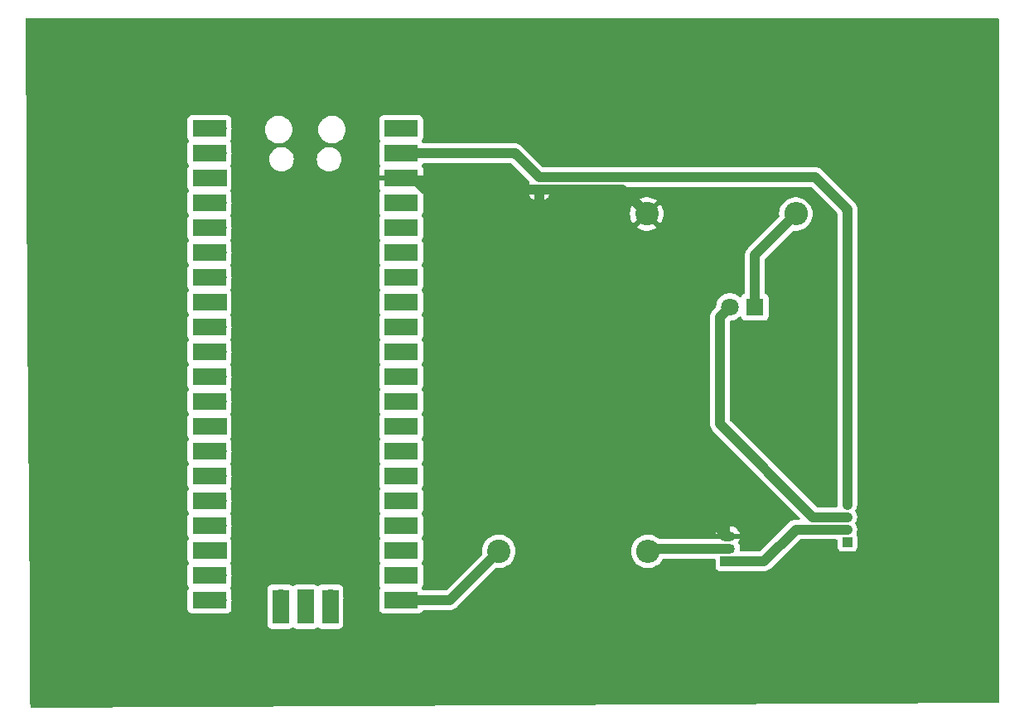
<source format=gbr>
%TF.GenerationSoftware,KiCad,Pcbnew,8.0.0*%
%TF.CreationDate,2024-03-27T21:15:47-03:00*%
%TF.ProjectId,pcb-atividade,7063622d-6174-4697-9669-646164652e6b,rev?*%
%TF.SameCoordinates,Original*%
%TF.FileFunction,Copper,L1,Top*%
%TF.FilePolarity,Positive*%
%FSLAX46Y46*%
G04 Gerber Fmt 4.6, Leading zero omitted, Abs format (unit mm)*
G04 Created by KiCad (PCBNEW 8.0.0) date 2024-03-27 21:15:47*
%MOMM*%
%LPD*%
G01*
G04 APERTURE LIST*
%TA.AperFunction,ComponentPad*%
%ADD10R,1.500000X1.050000*%
%TD*%
%TA.AperFunction,ComponentPad*%
%ADD11O,1.500000X1.050000*%
%TD*%
%TA.AperFunction,ComponentPad*%
%ADD12R,1.000000X1.000000*%
%TD*%
%TA.AperFunction,ComponentPad*%
%ADD13O,1.000000X1.000000*%
%TD*%
%TA.AperFunction,ComponentPad*%
%ADD14O,2.400000X2.400000*%
%TD*%
%TA.AperFunction,ComponentPad*%
%ADD15C,2.400000*%
%TD*%
%TA.AperFunction,SMDPad,CuDef*%
%ADD16R,1.700000X3.500000*%
%TD*%
%TA.AperFunction,ComponentPad*%
%ADD17O,1.700000X1.700000*%
%TD*%
%TA.AperFunction,ComponentPad*%
%ADD18R,1.700000X1.700000*%
%TD*%
%TA.AperFunction,SMDPad,CuDef*%
%ADD19R,3.500000X1.700000*%
%TD*%
%TA.AperFunction,ComponentPad*%
%ADD20R,1.800000X1.800000*%
%TD*%
%TA.AperFunction,ComponentPad*%
%ADD21C,1.800000*%
%TD*%
%TA.AperFunction,Conductor*%
%ADD22C,1.000000*%
%TD*%
%TA.AperFunction,Conductor*%
%ADD23C,0.200000*%
%TD*%
G04 APERTURE END LIST*
D10*
%TO.P,Q1,1,C*%
%TO.N,Net-(J3-Pin_2)*%
X134275000Y-94500000D03*
D11*
%TO.P,Q1,2,B*%
X134275000Y-93230000D03*
%TO.P,Q1,3,E*%
%TO.N,GND*%
X134275000Y-91960000D03*
%TD*%
D12*
%TO.P,J3,1,Pin_1*%
%TO.N,VCC_Generic*%
X146500000Y-92530000D03*
D13*
%TO.P,J3,2,Pin_2*%
%TO.N,Net-(J3-Pin_2)*%
X146500000Y-91260000D03*
%TO.P,J3,3,Pin_3*%
%TO.N,VCC_Led*%
X146500000Y-89990000D03*
%TO.P,J3,4,Pin_4*%
%TO.N,VCC*%
X146500000Y-88720000D03*
%TD*%
D14*
%TO.P,R1,2*%
%TO.N,Net-(D1-K)*%
X141240000Y-59000000D03*
D15*
%TO.P,R1,1*%
%TO.N,GND*%
X126000000Y-59000000D03*
%TD*%
%TO.P,R2,1*%
%TO.N,GPIO16*%
X110880000Y-93500000D03*
D14*
%TO.P,R2,2*%
%TO.N,Net-(J3-Pin_2)*%
X126120000Y-93500000D03*
%TD*%
D16*
%TO.P,U1,43,SWDIO*%
%TO.N,unconnected-(U1-SWDIO-Pad43)*%
X93650000Y-99170000D03*
D17*
X93650000Y-98270000D03*
D16*
%TO.P,U1,42,GND*%
%TO.N,unconnected-(U1-GND-Pad42)*%
X91110000Y-99170000D03*
D18*
X91110000Y-98270000D03*
D16*
%TO.P,U1,41,SWCLK*%
%TO.N,unconnected-(U1-SWCLK-Pad41)*%
X88570000Y-99170000D03*
D17*
X88570000Y-98270000D03*
D19*
%TO.P,U1,40,VBUS*%
%TO.N,unconnected-(U1-VBUS-Pad40)*%
X100900000Y-50240000D03*
D17*
X100000000Y-50240000D03*
D19*
%TO.P,U1,39,VSYS*%
%TO.N,VCC*%
X100900000Y-52780000D03*
D17*
X100000000Y-52780000D03*
D19*
%TO.P,U1,38,GND*%
%TO.N,GND*%
X100900000Y-55320000D03*
D18*
X100000000Y-55320000D03*
D19*
%TO.P,U1,37,3V3_EN*%
%TO.N,unconnected-(U1-3V3_EN-Pad37)*%
X100900000Y-57860000D03*
D17*
X100000000Y-57860000D03*
D19*
%TO.P,U1,36,3V3*%
%TO.N,unconnected-(U1-3V3-Pad36)*%
X100900000Y-60400000D03*
D17*
X100000000Y-60400000D03*
D19*
%TO.P,U1,35,ADC_VREF*%
%TO.N,unconnected-(U1-ADC_VREF-Pad35)*%
X100900000Y-62940000D03*
D17*
X100000000Y-62940000D03*
D19*
%TO.P,U1,34,GPIO28_ADC2*%
%TO.N,unconnected-(U1-GPIO28_ADC2-Pad34)*%
X100900000Y-65480000D03*
D17*
X100000000Y-65480000D03*
D19*
%TO.P,U1,33,AGND*%
%TO.N,unconnected-(U1-AGND-Pad33)*%
X100900000Y-68020000D03*
D18*
X100000000Y-68020000D03*
D19*
%TO.P,U1,32,GPIO27_ADC1*%
%TO.N,unconnected-(U1-GPIO27_ADC1-Pad32)*%
X100900000Y-70560000D03*
D17*
X100000000Y-70560000D03*
D19*
%TO.P,U1,31,GPIO26_ADC0*%
%TO.N,unconnected-(U1-GPIO26_ADC0-Pad31)*%
X100900000Y-73100000D03*
D17*
X100000000Y-73100000D03*
D19*
%TO.P,U1,30,RUN*%
%TO.N,unconnected-(U1-RUN-Pad30)*%
X100900000Y-75640000D03*
D17*
X100000000Y-75640000D03*
D19*
%TO.P,U1,29,GPIO22*%
%TO.N,unconnected-(U1-GPIO22-Pad29)*%
X100900000Y-78180000D03*
D17*
X100000000Y-78180000D03*
D19*
%TO.P,U1,28,GND*%
%TO.N,unconnected-(U1-GND-Pad28)*%
X100900000Y-80720000D03*
D18*
X100000000Y-80720000D03*
D19*
%TO.P,U1,27,GPIO21*%
%TO.N,unconnected-(U1-GPIO21-Pad27)*%
X100900000Y-83260000D03*
D17*
X100000000Y-83260000D03*
D19*
%TO.P,U1,26,GPIO20*%
%TO.N,unconnected-(U1-GPIO20-Pad26)*%
X100900000Y-85800000D03*
D17*
X100000000Y-85800000D03*
D19*
%TO.P,U1,25,GPIO19*%
%TO.N,unconnected-(U1-GPIO19-Pad25)*%
X100900000Y-88340000D03*
D17*
X100000000Y-88340000D03*
D19*
%TO.P,U1,24,GPIO18*%
%TO.N,unconnected-(U1-GPIO18-Pad24)*%
X100900000Y-90880000D03*
D17*
X100000000Y-90880000D03*
D19*
%TO.P,U1,23,GND*%
%TO.N,unconnected-(U1-GND-Pad23)*%
X100900000Y-93420000D03*
D18*
X100000000Y-93420000D03*
D19*
%TO.P,U1,22,GPIO17*%
%TO.N,unconnected-(U1-GPIO17-Pad22)*%
X100900000Y-95960000D03*
D17*
X100000000Y-95960000D03*
D19*
%TO.P,U1,21,GPIO16*%
%TO.N,GPIO16*%
X100900000Y-98500000D03*
D17*
X100000000Y-98500000D03*
D19*
%TO.P,U1,20,GPIO15*%
%TO.N,unconnected-(U1-GPIO15-Pad20)*%
X81320000Y-98500000D03*
D17*
X82220000Y-98500000D03*
D19*
%TO.P,U1,19,GPIO14*%
%TO.N,unconnected-(U1-GPIO14-Pad19)*%
X81320000Y-95960000D03*
D17*
X82220000Y-95960000D03*
D19*
%TO.P,U1,18,GND*%
%TO.N,unconnected-(U1-GND-Pad18)*%
X81320000Y-93420000D03*
D18*
X82220000Y-93420000D03*
D19*
%TO.P,U1,17,GPIO13*%
%TO.N,unconnected-(U1-GPIO13-Pad17)*%
X81320000Y-90880000D03*
D17*
X82220000Y-90880000D03*
D19*
%TO.P,U1,16,GPIO12*%
%TO.N,unconnected-(U1-GPIO12-Pad16)*%
X81320000Y-88340000D03*
D17*
X82220000Y-88340000D03*
D19*
%TO.P,U1,15,GPIO11*%
%TO.N,unconnected-(U1-GPIO11-Pad15)*%
X81320000Y-85800000D03*
D17*
X82220000Y-85800000D03*
D19*
%TO.P,U1,14,GPIO10*%
%TO.N,unconnected-(U1-GPIO10-Pad14)*%
X81320000Y-83260000D03*
D17*
X82220000Y-83260000D03*
D19*
%TO.P,U1,13,GND*%
%TO.N,unconnected-(U1-GND-Pad13)*%
X81320000Y-80720000D03*
D18*
X82220000Y-80720000D03*
D19*
%TO.P,U1,12,GPIO9*%
%TO.N,unconnected-(U1-GPIO9-Pad12)*%
X81320000Y-78180000D03*
D17*
X82220000Y-78180000D03*
D19*
%TO.P,U1,11,GPIO8*%
%TO.N,unconnected-(U1-GPIO8-Pad11)*%
X81320000Y-75640000D03*
D17*
X82220000Y-75640000D03*
D19*
%TO.P,U1,10,GPIO7*%
%TO.N,unconnected-(U1-GPIO7-Pad10)*%
X81320000Y-73100000D03*
D17*
X82220000Y-73100000D03*
D19*
%TO.P,U1,9,GPIO6*%
%TO.N,unconnected-(U1-GPIO6-Pad9)*%
X81320000Y-70560000D03*
D17*
X82220000Y-70560000D03*
D19*
%TO.P,U1,8,GND*%
%TO.N,unconnected-(U1-GND-Pad8)*%
X81320000Y-68020000D03*
D18*
X82220000Y-68020000D03*
D19*
%TO.P,U1,7,GPIO5*%
%TO.N,unconnected-(U1-GPIO5-Pad7)*%
X81320000Y-65480000D03*
D17*
X82220000Y-65480000D03*
D19*
%TO.P,U1,6,GPIO4*%
%TO.N,unconnected-(U1-GPIO4-Pad6)*%
X81320000Y-62940000D03*
D17*
X82220000Y-62940000D03*
D19*
%TO.P,U1,5,GPIO3*%
%TO.N,unconnected-(U1-GPIO3-Pad5)*%
X81320000Y-60400000D03*
D17*
X82220000Y-60400000D03*
D19*
%TO.P,U1,4,GPIO2*%
%TO.N,unconnected-(U1-GPIO2-Pad4)*%
X81320000Y-57860000D03*
D17*
X82220000Y-57860000D03*
D19*
%TO.P,U1,3,GND*%
%TO.N,unconnected-(U1-GND-Pad3)*%
X81320000Y-55320000D03*
D18*
X82220000Y-55320000D03*
D19*
%TO.P,U1,2,GPIO1*%
%TO.N,unconnected-(U1-GPIO1-Pad2)*%
X81320000Y-52780000D03*
D17*
X82220000Y-52780000D03*
D19*
%TO.P,U1,1,GPIO0*%
%TO.N,unconnected-(U1-GPIO0-Pad1)*%
X81320000Y-50240000D03*
D17*
X82220000Y-50240000D03*
%TD*%
D12*
%TO.P,J1,1,Pin_1*%
%TO.N,GND*%
X115000000Y-56500000D03*
D13*
%TO.P,J1,2,Pin_2*%
%TO.N,VCC*%
X115000000Y-55230000D03*
%TD*%
D20*
%TO.P,D1,1,K*%
%TO.N,Net-(D1-K)*%
X137040000Y-68500000D03*
D21*
%TO.P,D1,2,A*%
%TO.N,VCC_Led*%
X134500000Y-68500000D03*
%TD*%
D22*
%TO.N,GND*%
X115000000Y-56500000D02*
X103350000Y-56500000D01*
X103350000Y-56500000D02*
X102170000Y-55320000D01*
X102170000Y-55320000D02*
X100000000Y-55320000D01*
%TO.N,GPIO16*%
X105880000Y-98500000D02*
X110880000Y-93500000D01*
X100000000Y-98500000D02*
X105880000Y-98500000D01*
D23*
%TO.N,Net-(J3-Pin_2)*%
X126390000Y-93230000D02*
X126120000Y-93500000D01*
D22*
X134275000Y-93230000D02*
X126390000Y-93230000D01*
X138000000Y-94500000D02*
X134275000Y-94500000D01*
X141240000Y-91260000D02*
X138000000Y-94500000D01*
X146500000Y-91260000D02*
X141240000Y-91260000D01*
%TO.N,VCC_Led*%
X133500000Y-69500000D02*
X134500000Y-68500000D01*
X133500000Y-80500000D02*
X133500000Y-69500000D01*
X142990000Y-89990000D02*
X133500000Y-80500000D01*
X146500000Y-89990000D02*
X142990000Y-89990000D01*
%TO.N,GND*%
X115000000Y-72685000D02*
X134275000Y-91960000D01*
X115000000Y-56500000D02*
X115000000Y-72685000D01*
X123500000Y-56500000D02*
X126000000Y-59000000D01*
X115000000Y-56500000D02*
X123500000Y-56500000D01*
%TO.N,Net-(D1-K)*%
X137040000Y-63200000D02*
X141240000Y-59000000D01*
X137040000Y-68500000D02*
X137040000Y-63200000D01*
%TO.N,VCC*%
X146500000Y-58500000D02*
X146500000Y-88720000D01*
X143230000Y-55230000D02*
X146500000Y-58500000D01*
X115000000Y-55230000D02*
X143230000Y-55230000D01*
X115000000Y-55230000D02*
X112550000Y-52780000D01*
X112550000Y-52780000D02*
X100000000Y-52780000D01*
D23*
%TO.N,GND*%
X100000000Y-55320000D02*
X101320000Y-55320000D01*
%TD*%
%TA.AperFunction,Conductor*%
%TO.N,VCC*%
G36*
X143290730Y-54737382D02*
G01*
X143362408Y-54751639D01*
X143385670Y-54758696D01*
X143453177Y-54786658D01*
X143474614Y-54798116D01*
X143535393Y-54838726D01*
X143554185Y-54854148D01*
X146875852Y-58175815D01*
X146891273Y-58194605D01*
X146931874Y-58255368D01*
X146943333Y-58276806D01*
X146971302Y-58344329D01*
X146978358Y-58367588D01*
X146992617Y-58439265D01*
X146995000Y-58463459D01*
X146995000Y-87657964D01*
X146975315Y-87725003D01*
X146922511Y-87770758D01*
X146853353Y-87780702D01*
X146835005Y-87776625D01*
X146750000Y-87750839D01*
X146750000Y-88510382D01*
X146699554Y-88459936D01*
X146625445Y-88417149D01*
X146542787Y-88395000D01*
X146457213Y-88395000D01*
X146374555Y-88417149D01*
X146300446Y-88459936D01*
X146250000Y-88510382D01*
X146250000Y-87750839D01*
X146249999Y-87750839D01*
X146164995Y-87776625D01*
X146095128Y-87777248D01*
X146036015Y-87740000D01*
X146006424Y-87676706D01*
X146005000Y-87657964D01*
X146005000Y-58965779D01*
X146002102Y-58911731D01*
X146002102Y-58911730D01*
X145999270Y-58885397D01*
X145999267Y-58885370D01*
X145990614Y-58831974D01*
X145990614Y-58831972D01*
X145940333Y-58697167D01*
X145940332Y-58697163D01*
X145906847Y-58635840D01*
X145820623Y-58520659D01*
X145820618Y-58520654D01*
X145820613Y-58520648D01*
X143209356Y-55909392D01*
X143209341Y-55909377D01*
X143209317Y-55909355D01*
X143169099Y-55873228D01*
X143169087Y-55873218D01*
X143148436Y-55856576D01*
X143104554Y-55824933D01*
X142973680Y-55765163D01*
X142906635Y-55745476D01*
X142859162Y-55738650D01*
X142764218Y-55725000D01*
X142764216Y-55725000D01*
X124178599Y-55725000D01*
X124111560Y-55705315D01*
X124109708Y-55704102D01*
X123973920Y-55613371D01*
X123973907Y-55613364D01*
X123825237Y-55551784D01*
X123825235Y-55551783D01*
X123791838Y-55537949D01*
X123791829Y-55537946D01*
X123695188Y-55518724D01*
X123598544Y-55499500D01*
X123598541Y-55499500D01*
X116046041Y-55499500D01*
X115979632Y-55480000D01*
X115209618Y-55480000D01*
X115260064Y-55429554D01*
X115302851Y-55355445D01*
X115325000Y-55272787D01*
X115325000Y-55187213D01*
X115302851Y-55104555D01*
X115260064Y-55030446D01*
X115209618Y-54980000D01*
X115969160Y-54980000D01*
X115969160Y-54979999D01*
X115943375Y-54894996D01*
X115942751Y-54825129D01*
X115979999Y-54766016D01*
X116043293Y-54736425D01*
X116062035Y-54735000D01*
X143266540Y-54735000D01*
X143290730Y-54737382D01*
G37*
%TD.AperFunction*%
%TA.AperFunction,Conductor*%
G36*
X112610729Y-52287382D02*
G01*
X112682408Y-52301639D01*
X112705665Y-52308694D01*
X112773193Y-52336664D01*
X112794617Y-52348116D01*
X112855391Y-52388723D01*
X112874177Y-52404141D01*
X114599044Y-54129009D01*
X114632529Y-54190332D01*
X114627545Y-54260024D01*
X114585673Y-54315957D01*
X114569817Y-54326048D01*
X114441742Y-54394505D01*
X114441739Y-54394507D01*
X114289471Y-54519471D01*
X114164507Y-54671739D01*
X114164503Y-54671746D01*
X114096048Y-54799817D01*
X114047086Y-54849661D01*
X113978948Y-54865122D01*
X113913268Y-54841290D01*
X113899009Y-54829045D01*
X112529356Y-53459392D01*
X112529341Y-53459377D01*
X112529317Y-53459355D01*
X112489099Y-53423228D01*
X112489087Y-53423218D01*
X112468436Y-53406576D01*
X112424554Y-53374933D01*
X112293680Y-53315163D01*
X112226635Y-53295476D01*
X112179162Y-53288650D01*
X112084218Y-53275000D01*
X103274000Y-53275000D01*
X103206961Y-53255315D01*
X103161206Y-53202511D01*
X103150000Y-53151000D01*
X103150000Y-53030000D01*
X100444560Y-53030000D01*
X100475245Y-52976853D01*
X100510000Y-52847143D01*
X100510000Y-52712857D01*
X100475245Y-52583147D01*
X100444560Y-52530000D01*
X103150000Y-52530000D01*
X103150000Y-52409000D01*
X103169685Y-52341961D01*
X103222489Y-52296206D01*
X103274000Y-52285000D01*
X112586539Y-52285000D01*
X112610729Y-52287382D01*
G37*
%TD.AperFunction*%
%TA.AperFunction,Conductor*%
G36*
X99524755Y-52583147D02*
G01*
X99490000Y-52712857D01*
X99490000Y-52847143D01*
X99524755Y-52976853D01*
X99555440Y-53030000D01*
X99279000Y-53030000D01*
X99211961Y-53010315D01*
X99166206Y-52957511D01*
X99155000Y-52906000D01*
X99155000Y-52844404D01*
X99155000Y-52844382D01*
X99154519Y-52822326D01*
X99154047Y-52811519D01*
X99152605Y-52789520D01*
X99152604Y-52789515D01*
X99152516Y-52788163D01*
X99152724Y-52788149D01*
X99152750Y-52771847D01*
X99152517Y-52771832D01*
X99154045Y-52748507D01*
X99154047Y-52748480D01*
X99154519Y-52737673D01*
X99155000Y-52715616D01*
X99155000Y-52654000D01*
X99174685Y-52586961D01*
X99227489Y-52541206D01*
X99279000Y-52530000D01*
X99555440Y-52530000D01*
X99524755Y-52583147D01*
G37*
%TD.AperFunction*%
%TD*%
%TA.AperFunction,Conductor*%
%TO.N,GND*%
G36*
X161943039Y-39019685D02*
G01*
X161988794Y-39072489D01*
X162000000Y-39124000D01*
X162000000Y-108876625D01*
X161980315Y-108943664D01*
X161927511Y-108989419D01*
X161876626Y-109000623D01*
X63123745Y-109499375D01*
X63056607Y-109480030D01*
X63010586Y-109427457D01*
X62999122Y-109376256D01*
X62996378Y-108989419D01*
X62928353Y-99397870D01*
X79069500Y-99397870D01*
X79069501Y-99397876D01*
X79075908Y-99457483D01*
X79126202Y-99592328D01*
X79126206Y-99592335D01*
X79212452Y-99707544D01*
X79212455Y-99707547D01*
X79327664Y-99793793D01*
X79327671Y-99793797D01*
X79462517Y-99844091D01*
X79462516Y-99844091D01*
X79469444Y-99844835D01*
X79522127Y-99850500D01*
X82155611Y-99850499D01*
X82166419Y-99850971D01*
X82219999Y-99855659D01*
X82220000Y-99855659D01*
X82220001Y-99855659D01*
X82273580Y-99850971D01*
X82284388Y-99850499D01*
X83117871Y-99850499D01*
X83117872Y-99850499D01*
X83177483Y-99844091D01*
X83312331Y-99793796D01*
X83427546Y-99707546D01*
X83513796Y-99592331D01*
X83564091Y-99457483D01*
X83570500Y-99397873D01*
X83570499Y-98564383D01*
X83570971Y-98553576D01*
X83575659Y-98500000D01*
X83575659Y-98499999D01*
X83570971Y-98446421D01*
X83570499Y-98435613D01*
X83570499Y-98270001D01*
X87214341Y-98270001D01*
X87219028Y-98323574D01*
X87219500Y-98334381D01*
X87219500Y-100967870D01*
X87219501Y-100967876D01*
X87225908Y-101027483D01*
X87276202Y-101162328D01*
X87276206Y-101162335D01*
X87362452Y-101277544D01*
X87362455Y-101277547D01*
X87477664Y-101363793D01*
X87477671Y-101363797D01*
X87612517Y-101414091D01*
X87612516Y-101414091D01*
X87619444Y-101414835D01*
X87672127Y-101420500D01*
X89467872Y-101420499D01*
X89527483Y-101414091D01*
X89662331Y-101363796D01*
X89765690Y-101286421D01*
X89831152Y-101262004D01*
X89899425Y-101276855D01*
X89914303Y-101286416D01*
X90017665Y-101363793D01*
X90017668Y-101363795D01*
X90017671Y-101363797D01*
X90152517Y-101414091D01*
X90152516Y-101414091D01*
X90159444Y-101414835D01*
X90212127Y-101420500D01*
X92007872Y-101420499D01*
X92067483Y-101414091D01*
X92202331Y-101363796D01*
X92305690Y-101286421D01*
X92371152Y-101262004D01*
X92439425Y-101276855D01*
X92454303Y-101286416D01*
X92557665Y-101363793D01*
X92557668Y-101363795D01*
X92557671Y-101363797D01*
X92692517Y-101414091D01*
X92692516Y-101414091D01*
X92699444Y-101414835D01*
X92752127Y-101420500D01*
X94547872Y-101420499D01*
X94607483Y-101414091D01*
X94742331Y-101363796D01*
X94857546Y-101277546D01*
X94943796Y-101162331D01*
X94994091Y-101027483D01*
X95000500Y-100967873D01*
X95000499Y-98500002D01*
X98644341Y-98500002D01*
X98649028Y-98553576D01*
X98649500Y-98564383D01*
X98649500Y-99397870D01*
X98649501Y-99397876D01*
X98655908Y-99457483D01*
X98706202Y-99592328D01*
X98706206Y-99592335D01*
X98792452Y-99707544D01*
X98792455Y-99707547D01*
X98907664Y-99793793D01*
X98907671Y-99793797D01*
X99042517Y-99844091D01*
X99042516Y-99844091D01*
X99049444Y-99844835D01*
X99102127Y-99850500D01*
X99935616Y-99850499D01*
X99946425Y-99850971D01*
X100000000Y-99855659D01*
X100053575Y-99850971D01*
X100064384Y-99850499D01*
X102697871Y-99850499D01*
X102697872Y-99850499D01*
X102757483Y-99844091D01*
X102892331Y-99793796D01*
X103007546Y-99707546D01*
X103093796Y-99592331D01*
X103097960Y-99581165D01*
X103139829Y-99525234D01*
X103205293Y-99500816D01*
X103214141Y-99500500D01*
X105978543Y-99500500D01*
X106075175Y-99481278D01*
X106123493Y-99471667D01*
X106171836Y-99462051D01*
X106225165Y-99439961D01*
X106353914Y-99386632D01*
X106517782Y-99277139D01*
X106657139Y-99137782D01*
X106657140Y-99137779D01*
X106664206Y-99130714D01*
X106664209Y-99130710D01*
X110570871Y-95224047D01*
X110632192Y-95190564D01*
X110677032Y-95189115D01*
X110716205Y-95195019D01*
X110752565Y-95200500D01*
X111007435Y-95200500D01*
X111259458Y-95162513D01*
X111503004Y-95087389D01*
X111732634Y-94976805D01*
X111943217Y-94833232D01*
X112130050Y-94659877D01*
X112288959Y-94460612D01*
X112416393Y-94239888D01*
X112509508Y-94002637D01*
X112566222Y-93754157D01*
X112574384Y-93645232D01*
X112585268Y-93500004D01*
X112585268Y-93499995D01*
X112566222Y-93245845D01*
X112541489Y-93137483D01*
X112509508Y-92997363D01*
X112416393Y-92760112D01*
X112288959Y-92539388D01*
X112130050Y-92340123D01*
X111943217Y-92166768D01*
X111732634Y-92023195D01*
X111732630Y-92023193D01*
X111732627Y-92023191D01*
X111732626Y-92023190D01*
X111503006Y-91912612D01*
X111503008Y-91912612D01*
X111259466Y-91837489D01*
X111259462Y-91837488D01*
X111259458Y-91837487D01*
X111138231Y-91819214D01*
X111007440Y-91799500D01*
X111007435Y-91799500D01*
X110752565Y-91799500D01*
X110752559Y-91799500D01*
X110595609Y-91823157D01*
X110500542Y-91837487D01*
X110500539Y-91837488D01*
X110500533Y-91837489D01*
X110256992Y-91912612D01*
X110027373Y-92023190D01*
X110027372Y-92023191D01*
X109816782Y-92166768D01*
X109629952Y-92340121D01*
X109629950Y-92340123D01*
X109471041Y-92539388D01*
X109343608Y-92760109D01*
X109250492Y-92997362D01*
X109250490Y-92997369D01*
X109193777Y-93245845D01*
X109174732Y-93499995D01*
X109174732Y-93500004D01*
X109190721Y-93713382D01*
X109176101Y-93781705D01*
X109154749Y-93810329D01*
X105501899Y-97463181D01*
X105440576Y-97496666D01*
X105414218Y-97499500D01*
X103214141Y-97499500D01*
X103147102Y-97479815D01*
X103101347Y-97427011D01*
X103097969Y-97418859D01*
X103093796Y-97407669D01*
X103016421Y-97304309D01*
X102992004Y-97238848D01*
X103006855Y-97170575D01*
X103016416Y-97155696D01*
X103093796Y-97052331D01*
X103144091Y-96917483D01*
X103150500Y-96857873D01*
X103150499Y-95062128D01*
X103144091Y-95002517D01*
X103134502Y-94976808D01*
X103093797Y-94867671D01*
X103093795Y-94867668D01*
X103068016Y-94833232D01*
X103016421Y-94764309D01*
X102992004Y-94698848D01*
X103006855Y-94630575D01*
X103016416Y-94615696D01*
X103093796Y-94512331D01*
X103144091Y-94377483D01*
X103150500Y-94317873D01*
X103150499Y-92522128D01*
X103144091Y-92462517D01*
X103098440Y-92340121D01*
X103093797Y-92327671D01*
X103093795Y-92327668D01*
X103016421Y-92224309D01*
X102992004Y-92158848D01*
X103006855Y-92090575D01*
X103016416Y-92075696D01*
X103093796Y-91972331D01*
X103144091Y-91837483D01*
X103150500Y-91777873D01*
X103150499Y-89982128D01*
X103144091Y-89922517D01*
X103116671Y-89849001D01*
X103093797Y-89787671D01*
X103093795Y-89787668D01*
X103016421Y-89684309D01*
X102992004Y-89618848D01*
X103006855Y-89550575D01*
X103016416Y-89535696D01*
X103093796Y-89432331D01*
X103144091Y-89297483D01*
X103150500Y-89237873D01*
X103150499Y-87442128D01*
X103144091Y-87382517D01*
X103093796Y-87247669D01*
X103016421Y-87144309D01*
X102992004Y-87078848D01*
X103006855Y-87010575D01*
X103016416Y-86995696D01*
X103093796Y-86892331D01*
X103144091Y-86757483D01*
X103150500Y-86697873D01*
X103150499Y-84902128D01*
X103144091Y-84842517D01*
X103093796Y-84707669D01*
X103016421Y-84604309D01*
X102992004Y-84538848D01*
X103006855Y-84470575D01*
X103016416Y-84455696D01*
X103093796Y-84352331D01*
X103144091Y-84217483D01*
X103150500Y-84157873D01*
X103150499Y-82362128D01*
X103144091Y-82302517D01*
X103093796Y-82167669D01*
X103016421Y-82064309D01*
X102992004Y-81998848D01*
X103006855Y-81930575D01*
X103016416Y-81915696D01*
X103093796Y-81812331D01*
X103144091Y-81677483D01*
X103150500Y-81617873D01*
X103150499Y-79822128D01*
X103144091Y-79762517D01*
X103093796Y-79627669D01*
X103016421Y-79524309D01*
X102992004Y-79458848D01*
X103006855Y-79390575D01*
X103016416Y-79375696D01*
X103093796Y-79272331D01*
X103144091Y-79137483D01*
X103150500Y-79077873D01*
X103150499Y-77282128D01*
X103144091Y-77222517D01*
X103093796Y-77087669D01*
X103016421Y-76984309D01*
X102992004Y-76918848D01*
X103006855Y-76850575D01*
X103016416Y-76835696D01*
X103093796Y-76732331D01*
X103144091Y-76597483D01*
X103150500Y-76537873D01*
X103150499Y-74742128D01*
X103144091Y-74682517D01*
X103093796Y-74547669D01*
X103016421Y-74444309D01*
X102992004Y-74378848D01*
X103006855Y-74310575D01*
X103016416Y-74295696D01*
X103093796Y-74192331D01*
X103144091Y-74057483D01*
X103150500Y-73997873D01*
X103150499Y-72202128D01*
X103144091Y-72142517D01*
X103093796Y-72007669D01*
X103016421Y-71904309D01*
X102992004Y-71838848D01*
X103006855Y-71770575D01*
X103016416Y-71755696D01*
X103093796Y-71652331D01*
X103144091Y-71517483D01*
X103150500Y-71457873D01*
X103150499Y-69662128D01*
X103144091Y-69602517D01*
X103130281Y-69565491D01*
X103093797Y-69467671D01*
X103093795Y-69467668D01*
X103078984Y-69447883D01*
X103016421Y-69364309D01*
X102992004Y-69298848D01*
X103006855Y-69230575D01*
X103016416Y-69215696D01*
X103093796Y-69112331D01*
X103144091Y-68977483D01*
X103150500Y-68917873D01*
X103150499Y-67122128D01*
X103144091Y-67062517D01*
X103127192Y-67017209D01*
X103093797Y-66927671D01*
X103093795Y-66927668D01*
X103016421Y-66824309D01*
X102992004Y-66758848D01*
X103006855Y-66690575D01*
X103016416Y-66675696D01*
X103093796Y-66572331D01*
X103144091Y-66437483D01*
X103150500Y-66377873D01*
X103150499Y-64582128D01*
X103144091Y-64522517D01*
X103093796Y-64387669D01*
X103016421Y-64284309D01*
X102992004Y-64218848D01*
X103006855Y-64150575D01*
X103016416Y-64135696D01*
X103093796Y-64032331D01*
X103144091Y-63897483D01*
X103150500Y-63837873D01*
X103150499Y-62042128D01*
X103144091Y-61982517D01*
X103093796Y-61847669D01*
X103016421Y-61744309D01*
X102992004Y-61678848D01*
X103006855Y-61610575D01*
X103016416Y-61595696D01*
X103093796Y-61492331D01*
X103144091Y-61357483D01*
X103150500Y-61297873D01*
X103150499Y-59502128D01*
X103144091Y-59442517D01*
X103093796Y-59307669D01*
X103016421Y-59204309D01*
X102992004Y-59138848D01*
X103006855Y-59070575D01*
X103016416Y-59055696D01*
X103058108Y-59000004D01*
X124295233Y-59000004D01*
X124314273Y-59254079D01*
X124370968Y-59502477D01*
X124370973Y-59502494D01*
X124464058Y-59739671D01*
X124464057Y-59739671D01*
X124591454Y-59960327D01*
X124591461Y-59960338D01*
X124633452Y-60012991D01*
X124633453Y-60012992D01*
X125435387Y-59211058D01*
X125440889Y-59231591D01*
X125519881Y-59368408D01*
X125631592Y-59480119D01*
X125768409Y-59559111D01*
X125788940Y-59564612D01*
X124986813Y-60366738D01*
X125147616Y-60476371D01*
X125147624Y-60476376D01*
X125377176Y-60586921D01*
X125377174Y-60586921D01*
X125620652Y-60662024D01*
X125620658Y-60662026D01*
X125872595Y-60699999D01*
X125872604Y-60700000D01*
X126127396Y-60700000D01*
X126127404Y-60699999D01*
X126379341Y-60662026D01*
X126379347Y-60662024D01*
X126622824Y-60586921D01*
X126852376Y-60476376D01*
X126852377Y-60476375D01*
X127013185Y-60366738D01*
X126211060Y-59564612D01*
X126231591Y-59559111D01*
X126368408Y-59480119D01*
X126480119Y-59368408D01*
X126559111Y-59231591D01*
X126564612Y-59211059D01*
X127366544Y-60012992D01*
X127366546Y-60012991D01*
X127408544Y-59960330D01*
X127535941Y-59739671D01*
X127629026Y-59502494D01*
X127629031Y-59502477D01*
X127685726Y-59254079D01*
X127704767Y-59000004D01*
X127704767Y-58999995D01*
X127685726Y-58745920D01*
X127629031Y-58497522D01*
X127629026Y-58497505D01*
X127535941Y-58260328D01*
X127535942Y-58260328D01*
X127408545Y-58039672D01*
X127366545Y-57987006D01*
X126564612Y-58788939D01*
X126559111Y-58768409D01*
X126480119Y-58631592D01*
X126368408Y-58519881D01*
X126231591Y-58440889D01*
X126211059Y-58435387D01*
X127013185Y-57633260D01*
X126852384Y-57523628D01*
X126852376Y-57523623D01*
X126622823Y-57413078D01*
X126622825Y-57413078D01*
X126379347Y-57337975D01*
X126379341Y-57337973D01*
X126127404Y-57300000D01*
X125872595Y-57300000D01*
X125620658Y-57337973D01*
X125620652Y-57337975D01*
X125377175Y-57413078D01*
X125147622Y-57523625D01*
X125147609Y-57523632D01*
X124986813Y-57633259D01*
X125788941Y-58435387D01*
X125768409Y-58440889D01*
X125631592Y-58519881D01*
X125519881Y-58631592D01*
X125440889Y-58768409D01*
X125435387Y-58788940D01*
X124633452Y-57987006D01*
X124591457Y-58039667D01*
X124464058Y-58260328D01*
X124370973Y-58497505D01*
X124370968Y-58497522D01*
X124314273Y-58745920D01*
X124295233Y-58999995D01*
X124295233Y-59000004D01*
X103058108Y-59000004D01*
X103093796Y-58952331D01*
X103144091Y-58817483D01*
X103150500Y-58757873D01*
X103150499Y-56962128D01*
X103144091Y-56902517D01*
X103093796Y-56767669D01*
X103080569Y-56750000D01*
X114000000Y-56750000D01*
X114000000Y-57047844D01*
X114006401Y-57107372D01*
X114006403Y-57107379D01*
X114056645Y-57242086D01*
X114056649Y-57242093D01*
X114142809Y-57357187D01*
X114142812Y-57357190D01*
X114257906Y-57443350D01*
X114257913Y-57443354D01*
X114392620Y-57493596D01*
X114392627Y-57493598D01*
X114452155Y-57499999D01*
X114452172Y-57500000D01*
X114750000Y-57500000D01*
X114750000Y-56750000D01*
X114000000Y-56750000D01*
X103080569Y-56750000D01*
X103016109Y-56663893D01*
X102991692Y-56598430D01*
X103006543Y-56530157D01*
X103016110Y-56515271D01*
X103093352Y-56412089D01*
X103093354Y-56412086D01*
X103143596Y-56277379D01*
X103143598Y-56277372D01*
X103149999Y-56217844D01*
X103150000Y-56217827D01*
X103150000Y-55570000D01*
X100444560Y-55570000D01*
X100475245Y-55516853D01*
X100510000Y-55387143D01*
X100510000Y-55252857D01*
X100475245Y-55123147D01*
X100444560Y-55070000D01*
X103150000Y-55070000D01*
X103150000Y-54422172D01*
X103149999Y-54422155D01*
X103143598Y-54362627D01*
X103143596Y-54362620D01*
X103093354Y-54227913D01*
X103093352Y-54227910D01*
X103016110Y-54124729D01*
X102991692Y-54059265D01*
X103006543Y-53990992D01*
X103016105Y-53976111D01*
X103093796Y-53872331D01*
X103097960Y-53861165D01*
X103139829Y-53805234D01*
X103205293Y-53780816D01*
X103214141Y-53780500D01*
X112084218Y-53780500D01*
X112151257Y-53800185D01*
X112171899Y-53816819D01*
X114015603Y-55660523D01*
X114049088Y-55721846D01*
X114044104Y-55791536D01*
X114006403Y-55892617D01*
X114006401Y-55892627D01*
X114000000Y-55952155D01*
X114000000Y-56250000D01*
X114790382Y-56250000D01*
X114739936Y-56300446D01*
X114697149Y-56374555D01*
X114675000Y-56457213D01*
X114675000Y-56542787D01*
X114697149Y-56625445D01*
X114739936Y-56699554D01*
X114800446Y-56760064D01*
X114874555Y-56802851D01*
X114957213Y-56825000D01*
X115042787Y-56825000D01*
X115125445Y-56802851D01*
X115199554Y-56760064D01*
X115209618Y-56750000D01*
X115250000Y-56750000D01*
X115250000Y-57500000D01*
X115547828Y-57500000D01*
X115547844Y-57499999D01*
X115607372Y-57493598D01*
X115607379Y-57493596D01*
X115742086Y-57443354D01*
X115742093Y-57443350D01*
X115857187Y-57357190D01*
X115857190Y-57357187D01*
X115943350Y-57242093D01*
X115943354Y-57242086D01*
X115993596Y-57107379D01*
X115993598Y-57107372D01*
X115999999Y-57047844D01*
X116000000Y-57047827D01*
X116000000Y-56750000D01*
X115250000Y-56750000D01*
X115209618Y-56750000D01*
X115260064Y-56699554D01*
X115302851Y-56625445D01*
X115325000Y-56542787D01*
X115325000Y-56457213D01*
X115302851Y-56374555D01*
X115260064Y-56300446D01*
X115209618Y-56250000D01*
X116013983Y-56250000D01*
X116044504Y-56233334D01*
X116070862Y-56230500D01*
X142764218Y-56230500D01*
X142831257Y-56250185D01*
X142851899Y-56266819D01*
X145463181Y-58878101D01*
X145496666Y-58939424D01*
X145499500Y-58965782D01*
X145499500Y-88664754D01*
X145498903Y-88676907D01*
X145494659Y-88719999D01*
X145498903Y-88763090D01*
X145499500Y-88775244D01*
X145499500Y-88818540D01*
X145504029Y-88841311D01*
X145497800Y-88910902D01*
X145454936Y-88966079D01*
X145389046Y-88989322D01*
X145382411Y-88989500D01*
X143455783Y-88989500D01*
X143388744Y-88969815D01*
X143368102Y-88953181D01*
X134536819Y-80121898D01*
X134503334Y-80060575D01*
X134500500Y-80034217D01*
X134500500Y-70024224D01*
X134520185Y-69957185D01*
X134572989Y-69911430D01*
X134611015Y-69901497D01*
X134610990Y-69901344D01*
X134612683Y-69901061D01*
X134614274Y-69900646D01*
X134616033Y-69900500D01*
X134616049Y-69900500D01*
X134844981Y-69862298D01*
X135064503Y-69786936D01*
X135268626Y-69676470D01*
X135287052Y-69662129D01*
X135411212Y-69565491D01*
X135451784Y-69533913D01*
X135460130Y-69524846D01*
X135520010Y-69488854D01*
X135589849Y-69490949D01*
X135647468Y-69530469D01*
X135667544Y-69565491D01*
X135696203Y-69642330D01*
X135696206Y-69642335D01*
X135782452Y-69757544D01*
X135782455Y-69757547D01*
X135897664Y-69843793D01*
X135897671Y-69843797D01*
X136032517Y-69894091D01*
X136032516Y-69894091D01*
X136039444Y-69894835D01*
X136092127Y-69900500D01*
X137987872Y-69900499D01*
X138047483Y-69894091D01*
X138182331Y-69843796D01*
X138297546Y-69757546D01*
X138383796Y-69642331D01*
X138434091Y-69507483D01*
X138440500Y-69447873D01*
X138440499Y-67552128D01*
X138434091Y-67492517D01*
X138424233Y-67466087D01*
X138383797Y-67357671D01*
X138383793Y-67357664D01*
X138297547Y-67242455D01*
X138297544Y-67242452D01*
X138182335Y-67156206D01*
X138182328Y-67156202D01*
X138121167Y-67133391D01*
X138065233Y-67091520D01*
X138040816Y-67026056D01*
X138040500Y-67017209D01*
X138040500Y-63665781D01*
X138060185Y-63598742D01*
X138076814Y-63578105D01*
X140930871Y-60724047D01*
X140992192Y-60690564D01*
X141037032Y-60689115D01*
X141076205Y-60695019D01*
X141112565Y-60700500D01*
X141367435Y-60700500D01*
X141619458Y-60662513D01*
X141863004Y-60587389D01*
X142092634Y-60476805D01*
X142303217Y-60333232D01*
X142490050Y-60159877D01*
X142648959Y-59960612D01*
X142776393Y-59739888D01*
X142869508Y-59502637D01*
X142926222Y-59254157D01*
X142945268Y-59000000D01*
X142926222Y-58745843D01*
X142869508Y-58497363D01*
X142776393Y-58260112D01*
X142648959Y-58039388D01*
X142490050Y-57840123D01*
X142303217Y-57666768D01*
X142092634Y-57523195D01*
X142092630Y-57523193D01*
X142092627Y-57523191D01*
X142092626Y-57523190D01*
X141863006Y-57412612D01*
X141863008Y-57412612D01*
X141619466Y-57337489D01*
X141619462Y-57337488D01*
X141619458Y-57337487D01*
X141498231Y-57319214D01*
X141367440Y-57299500D01*
X141367435Y-57299500D01*
X141112565Y-57299500D01*
X141112559Y-57299500D01*
X140955609Y-57323157D01*
X140860542Y-57337487D01*
X140860539Y-57337488D01*
X140860533Y-57337489D01*
X140616992Y-57412612D01*
X140387373Y-57523190D01*
X140387372Y-57523191D01*
X140176782Y-57666768D01*
X139989952Y-57840121D01*
X139989950Y-57840123D01*
X139831041Y-58039388D01*
X139703608Y-58260109D01*
X139610492Y-58497362D01*
X139610490Y-58497369D01*
X139553777Y-58745845D01*
X139534732Y-58999995D01*
X139534732Y-59000004D01*
X139550721Y-59213382D01*
X139536101Y-59281705D01*
X139514749Y-59310329D01*
X137527215Y-61297864D01*
X136402221Y-62422858D01*
X136402218Y-62422861D01*
X136332538Y-62492540D01*
X136262859Y-62562219D01*
X136153371Y-62726079D01*
X136153366Y-62726088D01*
X136105987Y-62840474D01*
X136077950Y-62908159D01*
X136077947Y-62908171D01*
X136058724Y-63004812D01*
X136039500Y-63101455D01*
X136039500Y-67017209D01*
X136019815Y-67084248D01*
X135967011Y-67130003D01*
X135958833Y-67133391D01*
X135897671Y-67156202D01*
X135897664Y-67156206D01*
X135782455Y-67242452D01*
X135782452Y-67242455D01*
X135696206Y-67357664D01*
X135696203Y-67357670D01*
X135667544Y-67434508D01*
X135625672Y-67490441D01*
X135560208Y-67514858D01*
X135491935Y-67500006D01*
X135460135Y-67475158D01*
X135451784Y-67466087D01*
X135451778Y-67466082D01*
X135451777Y-67466081D01*
X135268634Y-67323535D01*
X135268628Y-67323531D01*
X135064504Y-67213064D01*
X135064495Y-67213061D01*
X134844984Y-67137702D01*
X134654456Y-67105909D01*
X134616049Y-67099500D01*
X134383951Y-67099500D01*
X134345544Y-67105909D01*
X134155015Y-67137702D01*
X133935504Y-67213061D01*
X133935495Y-67213064D01*
X133731371Y-67323531D01*
X133731365Y-67323535D01*
X133548222Y-67466081D01*
X133548219Y-67466084D01*
X133548216Y-67466086D01*
X133548216Y-67466087D01*
X133503319Y-67514858D01*
X133391016Y-67636852D01*
X133264075Y-67831151D01*
X133170842Y-68043699D01*
X133113866Y-68268691D01*
X133113864Y-68268703D01*
X133099322Y-68444210D01*
X133074169Y-68509395D01*
X133063427Y-68521651D01*
X132862220Y-68722859D01*
X132862218Y-68722861D01*
X132792538Y-68792540D01*
X132722859Y-68862219D01*
X132613371Y-69026080D01*
X132613364Y-69026093D01*
X132567103Y-69137780D01*
X132567103Y-69137781D01*
X132537949Y-69208164D01*
X132534613Y-69224937D01*
X132499500Y-69401456D01*
X132499500Y-69401459D01*
X132499500Y-80598541D01*
X132499500Y-80598543D01*
X132499499Y-80598543D01*
X132537947Y-80791829D01*
X132537950Y-80791839D01*
X132613364Y-80973907D01*
X132613371Y-80973920D01*
X132722859Y-81137780D01*
X132722860Y-81137781D01*
X132722861Y-81137782D01*
X132862218Y-81277139D01*
X132862219Y-81277139D01*
X132869286Y-81284206D01*
X132869285Y-81284206D01*
X132869289Y-81284209D01*
X141632898Y-90047819D01*
X141666383Y-90109142D01*
X141661399Y-90178834D01*
X141619527Y-90234767D01*
X141554063Y-90259184D01*
X141545217Y-90259500D01*
X141141457Y-90259500D01*
X141092942Y-90269150D01*
X141068684Y-90273976D01*
X140948167Y-90297947D01*
X140948159Y-90297950D01*
X140894834Y-90320037D01*
X140894834Y-90320038D01*
X140862844Y-90333289D01*
X140766089Y-90373366D01*
X140766079Y-90373371D01*
X140602219Y-90482859D01*
X140536544Y-90548535D01*
X140462861Y-90622218D01*
X140462858Y-90622221D01*
X137621899Y-93463181D01*
X137560576Y-93496666D01*
X137534218Y-93499500D01*
X135643078Y-93499500D01*
X135576039Y-93479815D01*
X135530284Y-93427011D01*
X135520340Y-93357853D01*
X135521461Y-93351307D01*
X135525500Y-93331003D01*
X135525500Y-93128996D01*
X135525499Y-93128992D01*
X135499318Y-92997369D01*
X135486091Y-92930873D01*
X135408786Y-92744244D01*
X135354794Y-92663439D01*
X135333917Y-92596764D01*
X135352401Y-92529384D01*
X135354796Y-92525658D01*
X135408344Y-92445518D01*
X135408346Y-92445515D01*
X135485609Y-92258983D01*
X135485612Y-92258974D01*
X135495353Y-92210000D01*
X134640866Y-92210000D01*
X134616674Y-92207617D01*
X134601004Y-92204500D01*
X134601003Y-92204500D01*
X134560830Y-92204500D01*
X134575075Y-92190255D01*
X134624444Y-92104745D01*
X134650000Y-92009370D01*
X134650000Y-91910630D01*
X134624444Y-91815255D01*
X134575075Y-91729745D01*
X134555330Y-91710000D01*
X135495353Y-91710000D01*
X135485612Y-91661025D01*
X135485609Y-91661016D01*
X135408347Y-91474486D01*
X135408340Y-91474473D01*
X135296170Y-91306600D01*
X135296167Y-91306596D01*
X135153403Y-91163832D01*
X135153399Y-91163829D01*
X134985526Y-91051659D01*
X134985513Y-91051652D01*
X134798983Y-90974390D01*
X134798974Y-90974387D01*
X134600958Y-90935000D01*
X134525000Y-90935000D01*
X134525000Y-91679670D01*
X134505255Y-91659925D01*
X134419745Y-91610556D01*
X134324370Y-91585000D01*
X134225630Y-91585000D01*
X134130255Y-91610556D01*
X134044745Y-91659925D01*
X134025000Y-91679670D01*
X134025000Y-90935000D01*
X133949041Y-90935000D01*
X133751025Y-90974387D01*
X133751016Y-90974390D01*
X133564486Y-91051652D01*
X133564473Y-91051659D01*
X133396600Y-91163829D01*
X133396596Y-91163832D01*
X133253832Y-91306596D01*
X133253829Y-91306600D01*
X133141659Y-91474473D01*
X133141652Y-91474486D01*
X133064390Y-91661016D01*
X133064387Y-91661025D01*
X133054647Y-91710000D01*
X133994670Y-91710000D01*
X133974925Y-91729745D01*
X133925556Y-91815255D01*
X133900000Y-91910630D01*
X133900000Y-92009370D01*
X133925556Y-92104745D01*
X133974925Y-92190255D01*
X133989170Y-92204500D01*
X133948997Y-92204500D01*
X133948996Y-92204500D01*
X133933327Y-92207617D01*
X133909134Y-92210000D01*
X133037921Y-92210000D01*
X133018104Y-92223499D01*
X132979996Y-92229500D01*
X127299492Y-92229500D01*
X127232453Y-92209815D01*
X127215154Y-92196401D01*
X127183217Y-92166768D01*
X126972634Y-92023195D01*
X126972630Y-92023193D01*
X126972627Y-92023191D01*
X126972626Y-92023190D01*
X126743006Y-91912612D01*
X126743008Y-91912612D01*
X126499466Y-91837489D01*
X126499462Y-91837488D01*
X126499458Y-91837487D01*
X126378231Y-91819214D01*
X126247440Y-91799500D01*
X126247435Y-91799500D01*
X125992565Y-91799500D01*
X125992559Y-91799500D01*
X125835609Y-91823157D01*
X125740542Y-91837487D01*
X125740539Y-91837488D01*
X125740533Y-91837489D01*
X125496992Y-91912612D01*
X125267373Y-92023190D01*
X125267372Y-92023191D01*
X125056782Y-92166768D01*
X124869952Y-92340121D01*
X124869950Y-92340123D01*
X124711041Y-92539388D01*
X124583608Y-92760109D01*
X124490492Y-92997362D01*
X124490490Y-92997369D01*
X124433777Y-93245845D01*
X124414732Y-93499995D01*
X124414732Y-93500004D01*
X124433777Y-93754154D01*
X124440065Y-93781705D01*
X124490492Y-94002637D01*
X124579922Y-94230500D01*
X124583608Y-94239890D01*
X124589552Y-94250185D01*
X124711041Y-94460612D01*
X124869950Y-94659877D01*
X125056783Y-94833232D01*
X125267366Y-94976805D01*
X125267371Y-94976807D01*
X125267372Y-94976808D01*
X125267373Y-94976809D01*
X125389328Y-95035538D01*
X125496992Y-95087387D01*
X125496993Y-95087387D01*
X125496996Y-95087389D01*
X125740542Y-95162513D01*
X125992565Y-95200500D01*
X126247435Y-95200500D01*
X126499458Y-95162513D01*
X126743004Y-95087389D01*
X126972634Y-94976805D01*
X127183217Y-94833232D01*
X127370050Y-94659877D01*
X127528959Y-94460612D01*
X127626018Y-94292498D01*
X127676583Y-94244285D01*
X127733404Y-94230500D01*
X132900500Y-94230500D01*
X132967539Y-94250185D01*
X133013294Y-94302989D01*
X133024500Y-94354500D01*
X133024500Y-95072870D01*
X133024501Y-95072876D01*
X133030908Y-95132483D01*
X133081202Y-95267328D01*
X133081206Y-95267335D01*
X133167452Y-95382544D01*
X133167455Y-95382547D01*
X133282664Y-95468793D01*
X133282671Y-95468797D01*
X133417517Y-95519091D01*
X133417516Y-95519091D01*
X133424444Y-95519835D01*
X133477127Y-95525500D01*
X135072872Y-95525499D01*
X135132483Y-95519091D01*
X135161367Y-95508317D01*
X135204700Y-95500500D01*
X138098542Y-95500500D01*
X138117870Y-95496655D01*
X138195188Y-95481275D01*
X138291836Y-95462051D01*
X138345165Y-95439961D01*
X138473914Y-95386632D01*
X138637782Y-95277139D01*
X138777139Y-95137782D01*
X138777140Y-95137779D01*
X138784206Y-95130714D01*
X138784208Y-95130710D01*
X141618101Y-92296819D01*
X141679424Y-92263334D01*
X141705782Y-92260500D01*
X145375500Y-92260500D01*
X145442539Y-92280185D01*
X145488294Y-92332989D01*
X145499500Y-92384500D01*
X145499500Y-93077870D01*
X145499501Y-93077876D01*
X145505908Y-93137483D01*
X145556202Y-93272328D01*
X145556206Y-93272335D01*
X145642452Y-93387544D01*
X145642455Y-93387547D01*
X145757664Y-93473793D01*
X145757671Y-93473797D01*
X145892517Y-93524091D01*
X145892516Y-93524091D01*
X145899444Y-93524835D01*
X145952127Y-93530500D01*
X147047872Y-93530499D01*
X147107483Y-93524091D01*
X147242331Y-93473796D01*
X147357546Y-93387546D01*
X147443796Y-93272331D01*
X147494091Y-93137483D01*
X147500500Y-93077873D01*
X147500499Y-91982128D01*
X147494091Y-91922517D01*
X147490396Y-91912611D01*
X147443797Y-91787671D01*
X147443795Y-91787668D01*
X147437769Y-91779618D01*
X147413351Y-91714154D01*
X147426896Y-91650530D01*
X147426481Y-91650358D01*
X147427410Y-91648113D01*
X147427680Y-91646848D01*
X147428814Y-91644727D01*
X147441386Y-91603280D01*
X147445476Y-91591847D01*
X147462051Y-91551835D01*
X147470500Y-91509353D01*
X147473450Y-91497580D01*
X147486024Y-91456132D01*
X147490268Y-91413037D01*
X147492054Y-91400999D01*
X147500500Y-91358541D01*
X147500500Y-91315244D01*
X147501097Y-91303090D01*
X147505341Y-91260000D01*
X147501097Y-91216907D01*
X147500500Y-91204754D01*
X147500500Y-91161458D01*
X147498117Y-91149480D01*
X147492052Y-91118990D01*
X147490268Y-91106961D01*
X147486024Y-91063869D01*
X147482318Y-91051652D01*
X147473448Y-91022414D01*
X147470499Y-91010640D01*
X147462051Y-90968165D01*
X147445480Y-90928160D01*
X147441382Y-90916706D01*
X147430248Y-90880002D01*
X147428814Y-90875273D01*
X147408404Y-90837091D01*
X147403201Y-90826090D01*
X147386632Y-90786086D01*
X147362572Y-90750078D01*
X147356316Y-90739640D01*
X147335911Y-90701464D01*
X147332527Y-90696400D01*
X147334168Y-90695302D01*
X147310406Y-90639371D01*
X147322188Y-90570502D01*
X147332893Y-90553848D01*
X147332526Y-90553603D01*
X147335912Y-90548535D01*
X147342295Y-90536591D01*
X147356320Y-90510351D01*
X147362560Y-90499938D01*
X147386632Y-90463914D01*
X147403202Y-90423906D01*
X147408399Y-90412918D01*
X147428814Y-90374727D01*
X147441386Y-90333280D01*
X147445476Y-90321847D01*
X147462051Y-90281835D01*
X147470500Y-90239353D01*
X147473450Y-90227580D01*
X147486024Y-90186132D01*
X147490268Y-90143037D01*
X147492054Y-90130999D01*
X147500500Y-90088541D01*
X147500500Y-90045244D01*
X147501097Y-90033090D01*
X147505341Y-89990000D01*
X147501097Y-89946907D01*
X147500500Y-89934754D01*
X147500500Y-89891458D01*
X147498117Y-89879480D01*
X147492052Y-89848990D01*
X147490268Y-89836961D01*
X147486024Y-89793869D01*
X147484144Y-89787671D01*
X147473448Y-89752414D01*
X147470499Y-89740640D01*
X147462051Y-89698165D01*
X147445480Y-89658160D01*
X147441382Y-89646706D01*
X147428814Y-89605273D01*
X147408404Y-89567091D01*
X147403201Y-89556090D01*
X147394751Y-89535689D01*
X147386632Y-89516086D01*
X147362572Y-89480078D01*
X147356316Y-89469640D01*
X147335911Y-89431464D01*
X147332527Y-89426400D01*
X147334168Y-89425302D01*
X147310406Y-89369371D01*
X147322188Y-89300502D01*
X147332893Y-89283848D01*
X147332526Y-89283603D01*
X147335912Y-89278535D01*
X147342295Y-89266591D01*
X147356320Y-89240351D01*
X147362560Y-89229938D01*
X147386632Y-89193914D01*
X147403202Y-89153906D01*
X147408399Y-89142918D01*
X147428814Y-89104727D01*
X147441386Y-89063280D01*
X147445476Y-89051847D01*
X147462051Y-89011835D01*
X147470500Y-88969353D01*
X147473450Y-88957580D01*
X147486024Y-88916132D01*
X147490268Y-88873037D01*
X147492054Y-88860999D01*
X147495971Y-88841311D01*
X147500500Y-88818541D01*
X147500500Y-88775244D01*
X147501097Y-88763090D01*
X147505341Y-88720000D01*
X147501097Y-88676907D01*
X147500500Y-88664754D01*
X147500500Y-58401456D01*
X147462052Y-58208170D01*
X147462051Y-58208169D01*
X147462051Y-58208165D01*
X147462049Y-58208160D01*
X147386635Y-58026092D01*
X147386628Y-58026079D01*
X147277140Y-57862219D01*
X147210534Y-57795613D01*
X147137782Y-57722861D01*
X147137781Y-57722860D01*
X144014208Y-54599288D01*
X144014206Y-54599285D01*
X144014206Y-54599286D01*
X144007139Y-54592219D01*
X144007139Y-54592218D01*
X143867782Y-54452861D01*
X143867781Y-54452860D01*
X143867780Y-54452859D01*
X143703920Y-54343371D01*
X143703907Y-54343364D01*
X143566940Y-54286632D01*
X143521836Y-54267949D01*
X143521828Y-54267947D01*
X143401316Y-54243976D01*
X143377057Y-54239150D01*
X143328543Y-54229500D01*
X143328541Y-54229500D01*
X115465782Y-54229500D01*
X115398743Y-54209815D01*
X115378101Y-54193181D01*
X113331479Y-52146559D01*
X113331459Y-52146537D01*
X113187785Y-52002863D01*
X113187781Y-52002860D01*
X113023920Y-51893371D01*
X113023911Y-51893366D01*
X112951315Y-51863296D01*
X112895165Y-51840038D01*
X112841836Y-51817949D01*
X112841832Y-51817948D01*
X112841828Y-51817946D01*
X112745188Y-51798724D01*
X112648544Y-51779500D01*
X112648541Y-51779500D01*
X103214141Y-51779500D01*
X103147102Y-51759815D01*
X103101347Y-51707011D01*
X103097969Y-51698859D01*
X103093796Y-51687669D01*
X103016421Y-51584309D01*
X102992004Y-51518848D01*
X103006855Y-51450575D01*
X103016416Y-51435696D01*
X103093796Y-51332331D01*
X103144091Y-51197483D01*
X103150500Y-51137873D01*
X103150499Y-49342128D01*
X103144091Y-49282517D01*
X103110901Y-49193531D01*
X103093797Y-49147671D01*
X103093793Y-49147664D01*
X103007547Y-49032455D01*
X103007544Y-49032452D01*
X102892335Y-48946206D01*
X102892328Y-48946202D01*
X102757482Y-48895908D01*
X102757483Y-48895908D01*
X102697883Y-48889501D01*
X102697881Y-48889500D01*
X102697873Y-48889500D01*
X102697865Y-48889500D01*
X100064385Y-48889500D01*
X100053578Y-48889028D01*
X100000001Y-48884341D01*
X99999997Y-48884341D01*
X99946419Y-48889028D01*
X99935613Y-48889500D01*
X99102129Y-48889500D01*
X99102123Y-48889501D01*
X99042516Y-48895908D01*
X98907671Y-48946202D01*
X98907664Y-48946206D01*
X98792455Y-49032452D01*
X98792452Y-49032455D01*
X98706206Y-49147664D01*
X98706202Y-49147671D01*
X98655908Y-49282517D01*
X98650149Y-49336087D01*
X98649501Y-49342123D01*
X98649500Y-49342135D01*
X98649500Y-50175616D01*
X98649028Y-50186423D01*
X98644341Y-50239997D01*
X98644341Y-50240002D01*
X98649028Y-50293576D01*
X98649500Y-50304383D01*
X98649500Y-51137870D01*
X98649501Y-51137876D01*
X98655908Y-51197483D01*
X98706202Y-51332328D01*
X98706203Y-51332330D01*
X98783578Y-51435689D01*
X98807995Y-51501153D01*
X98793144Y-51569426D01*
X98783578Y-51584311D01*
X98706203Y-51687669D01*
X98706202Y-51687671D01*
X98655908Y-51822517D01*
X98649501Y-51882116D01*
X98649501Y-51882123D01*
X98649500Y-51882135D01*
X98649500Y-52715616D01*
X98649028Y-52726423D01*
X98644341Y-52779997D01*
X98644341Y-52780002D01*
X98649028Y-52833576D01*
X98649500Y-52844383D01*
X98649500Y-53677870D01*
X98649501Y-53677876D01*
X98655908Y-53737483D01*
X98706202Y-53872328D01*
X98706206Y-53872335D01*
X98783889Y-53976105D01*
X98808307Y-54041569D01*
X98793456Y-54109842D01*
X98783890Y-54124727D01*
X98706647Y-54227910D01*
X98706645Y-54227913D01*
X98656403Y-54362620D01*
X98656401Y-54362627D01*
X98650000Y-54422155D01*
X98650000Y-55070000D01*
X99555440Y-55070000D01*
X99524755Y-55123147D01*
X99490000Y-55252857D01*
X99490000Y-55387143D01*
X99524755Y-55516853D01*
X99555440Y-55570000D01*
X98650000Y-55570000D01*
X98650000Y-56217844D01*
X98656401Y-56277372D01*
X98656403Y-56277379D01*
X98706645Y-56412086D01*
X98706646Y-56412088D01*
X98783890Y-56515272D01*
X98808307Y-56580736D01*
X98793456Y-56649009D01*
X98783890Y-56663894D01*
X98706204Y-56767669D01*
X98706202Y-56767671D01*
X98655908Y-56902517D01*
X98649501Y-56962116D01*
X98649501Y-56962123D01*
X98649500Y-56962135D01*
X98649500Y-57795616D01*
X98649028Y-57806423D01*
X98644341Y-57859997D01*
X98644341Y-57860002D01*
X98649028Y-57913576D01*
X98649500Y-57924383D01*
X98649500Y-58757870D01*
X98649501Y-58757876D01*
X98655908Y-58817483D01*
X98706202Y-58952328D01*
X98706203Y-58952330D01*
X98783578Y-59055689D01*
X98807995Y-59121153D01*
X98793144Y-59189426D01*
X98783578Y-59204311D01*
X98706203Y-59307669D01*
X98706202Y-59307671D01*
X98655908Y-59442517D01*
X98651866Y-59480119D01*
X98649501Y-59502123D01*
X98649500Y-59502135D01*
X98649500Y-60335616D01*
X98649028Y-60346423D01*
X98644341Y-60399997D01*
X98644341Y-60400002D01*
X98649028Y-60453576D01*
X98649500Y-60464383D01*
X98649500Y-61297870D01*
X98649501Y-61297876D01*
X98655908Y-61357483D01*
X98706202Y-61492328D01*
X98706203Y-61492330D01*
X98783578Y-61595689D01*
X98807995Y-61661153D01*
X98793144Y-61729426D01*
X98783578Y-61744311D01*
X98706203Y-61847669D01*
X98706202Y-61847671D01*
X98655908Y-61982517D01*
X98649501Y-62042116D01*
X98649501Y-62042123D01*
X98649500Y-62042135D01*
X98649500Y-62875616D01*
X98649028Y-62886423D01*
X98644341Y-62939997D01*
X98644341Y-62940002D01*
X98649028Y-62993576D01*
X98649500Y-63004383D01*
X98649500Y-63837870D01*
X98649501Y-63837876D01*
X98655908Y-63897483D01*
X98706202Y-64032328D01*
X98706203Y-64032330D01*
X98783578Y-64135689D01*
X98807995Y-64201153D01*
X98793144Y-64269426D01*
X98783578Y-64284311D01*
X98706203Y-64387669D01*
X98706202Y-64387671D01*
X98655908Y-64522517D01*
X98649501Y-64582116D01*
X98649501Y-64582123D01*
X98649500Y-64582135D01*
X98649500Y-65415616D01*
X98649028Y-65426423D01*
X98644341Y-65479997D01*
X98644341Y-65480002D01*
X98649028Y-65533576D01*
X98649500Y-65544383D01*
X98649500Y-66377870D01*
X98649501Y-66377876D01*
X98655908Y-66437483D01*
X98706202Y-66572328D01*
X98706203Y-66572330D01*
X98783578Y-66675689D01*
X98807995Y-66741153D01*
X98793144Y-66809426D01*
X98783578Y-66824311D01*
X98706203Y-66927669D01*
X98706202Y-66927671D01*
X98655908Y-67062517D01*
X98649501Y-67122116D01*
X98649501Y-67122123D01*
X98649500Y-67122135D01*
X98649500Y-68917870D01*
X98649501Y-68917876D01*
X98655908Y-68977483D01*
X98706202Y-69112328D01*
X98706203Y-69112330D01*
X98783578Y-69215689D01*
X98807995Y-69281153D01*
X98793144Y-69349426D01*
X98783578Y-69364311D01*
X98706203Y-69467669D01*
X98706202Y-69467671D01*
X98655908Y-69602517D01*
X98649501Y-69662116D01*
X98649501Y-69662123D01*
X98649500Y-69662135D01*
X98649500Y-70495616D01*
X98649028Y-70506423D01*
X98644341Y-70559997D01*
X98644341Y-70560002D01*
X98649028Y-70613576D01*
X98649500Y-70624383D01*
X98649500Y-71457870D01*
X98649501Y-71457876D01*
X98655908Y-71517483D01*
X98706202Y-71652328D01*
X98706203Y-71652330D01*
X98783578Y-71755689D01*
X98807995Y-71821153D01*
X98793144Y-71889426D01*
X98783578Y-71904311D01*
X98706203Y-72007669D01*
X98706202Y-72007671D01*
X98655908Y-72142517D01*
X98649501Y-72202116D01*
X98649501Y-72202123D01*
X98649500Y-72202135D01*
X98649500Y-73035616D01*
X98649028Y-73046423D01*
X98644341Y-73099997D01*
X98644341Y-73100002D01*
X98649028Y-73153576D01*
X98649500Y-73164383D01*
X98649500Y-73997870D01*
X98649501Y-73997876D01*
X98655908Y-74057483D01*
X98706202Y-74192328D01*
X98706203Y-74192330D01*
X98783578Y-74295689D01*
X98807995Y-74361153D01*
X98793144Y-74429426D01*
X98783578Y-74444311D01*
X98706203Y-74547669D01*
X98706202Y-74547671D01*
X98655908Y-74682517D01*
X98649501Y-74742116D01*
X98649501Y-74742123D01*
X98649500Y-74742135D01*
X98649500Y-75575616D01*
X98649028Y-75586423D01*
X98644341Y-75639997D01*
X98644341Y-75640002D01*
X98649028Y-75693576D01*
X98649500Y-75704383D01*
X98649500Y-76537870D01*
X98649501Y-76537876D01*
X98655908Y-76597483D01*
X98706202Y-76732328D01*
X98706203Y-76732330D01*
X98783578Y-76835689D01*
X98807995Y-76901153D01*
X98793144Y-76969426D01*
X98783578Y-76984311D01*
X98706203Y-77087669D01*
X98706202Y-77087671D01*
X98655908Y-77222517D01*
X98649501Y-77282116D01*
X98649501Y-77282123D01*
X98649500Y-77282135D01*
X98649500Y-78115616D01*
X98649028Y-78126423D01*
X98644341Y-78179997D01*
X98644341Y-78180002D01*
X98649028Y-78233576D01*
X98649500Y-78244383D01*
X98649500Y-79077870D01*
X98649501Y-79077876D01*
X98655908Y-79137483D01*
X98706202Y-79272328D01*
X98706203Y-79272330D01*
X98783578Y-79375689D01*
X98807995Y-79441153D01*
X98793144Y-79509426D01*
X98783578Y-79524311D01*
X98706203Y-79627669D01*
X98706202Y-79627671D01*
X98655908Y-79762517D01*
X98649501Y-79822116D01*
X98649501Y-79822123D01*
X98649500Y-79822135D01*
X98649500Y-81617870D01*
X98649501Y-81617876D01*
X98655908Y-81677483D01*
X98706202Y-81812328D01*
X98706203Y-81812330D01*
X98783578Y-81915689D01*
X98807995Y-81981153D01*
X98793144Y-82049426D01*
X98783578Y-82064311D01*
X98706203Y-82167669D01*
X98706202Y-82167671D01*
X98655908Y-82302517D01*
X98649501Y-82362116D01*
X98649501Y-82362123D01*
X98649500Y-82362135D01*
X98649500Y-83195616D01*
X98649028Y-83206423D01*
X98644341Y-83259997D01*
X98644341Y-83260002D01*
X98649028Y-83313576D01*
X98649500Y-83324383D01*
X98649500Y-84157870D01*
X98649501Y-84157876D01*
X98655908Y-84217483D01*
X98706202Y-84352328D01*
X98706203Y-84352330D01*
X98783578Y-84455689D01*
X98807995Y-84521153D01*
X98793144Y-84589426D01*
X98783578Y-84604311D01*
X98706203Y-84707669D01*
X98706202Y-84707671D01*
X98655908Y-84842517D01*
X98649501Y-84902116D01*
X98649501Y-84902123D01*
X98649500Y-84902135D01*
X98649500Y-85735616D01*
X98649028Y-85746423D01*
X98644341Y-85799997D01*
X98644341Y-85800002D01*
X98649028Y-85853576D01*
X98649500Y-85864383D01*
X98649500Y-86697870D01*
X98649501Y-86697876D01*
X98655908Y-86757483D01*
X98706202Y-86892328D01*
X98706203Y-86892330D01*
X98783578Y-86995689D01*
X98807995Y-87061153D01*
X98793144Y-87129426D01*
X98783578Y-87144311D01*
X98706203Y-87247669D01*
X98706202Y-87247671D01*
X98655908Y-87382517D01*
X98649501Y-87442116D01*
X98649501Y-87442123D01*
X98649500Y-87442135D01*
X98649500Y-88275616D01*
X98649028Y-88286423D01*
X98644341Y-88339997D01*
X98644341Y-88340002D01*
X98649028Y-88393576D01*
X98649500Y-88404383D01*
X98649500Y-89237870D01*
X98649501Y-89237876D01*
X98655908Y-89297483D01*
X98706202Y-89432328D01*
X98706203Y-89432330D01*
X98783578Y-89535689D01*
X98807995Y-89601153D01*
X98793144Y-89669426D01*
X98783578Y-89684311D01*
X98706203Y-89787669D01*
X98706202Y-89787671D01*
X98655908Y-89922517D01*
X98649501Y-89982116D01*
X98649501Y-89982123D01*
X98649500Y-89982135D01*
X98649500Y-90815616D01*
X98649028Y-90826423D01*
X98644341Y-90879997D01*
X98644341Y-90880002D01*
X98649028Y-90933576D01*
X98649500Y-90944383D01*
X98649500Y-91777870D01*
X98649501Y-91777876D01*
X98655908Y-91837483D01*
X98706202Y-91972328D01*
X98706203Y-91972330D01*
X98783578Y-92075689D01*
X98807995Y-92141153D01*
X98793144Y-92209426D01*
X98783578Y-92224311D01*
X98706203Y-92327669D01*
X98706202Y-92327671D01*
X98655908Y-92462517D01*
X98649501Y-92522116D01*
X98649501Y-92522123D01*
X98649500Y-92522135D01*
X98649500Y-94317870D01*
X98649501Y-94317876D01*
X98655908Y-94377483D01*
X98706202Y-94512328D01*
X98706203Y-94512330D01*
X98783578Y-94615689D01*
X98807995Y-94681153D01*
X98793144Y-94749426D01*
X98783578Y-94764311D01*
X98706203Y-94867669D01*
X98706202Y-94867671D01*
X98655908Y-95002517D01*
X98649501Y-95062116D01*
X98649501Y-95062123D01*
X98649500Y-95062135D01*
X98649500Y-95895616D01*
X98649028Y-95906423D01*
X98644341Y-95959997D01*
X98644341Y-95960002D01*
X98649028Y-96013576D01*
X98649500Y-96024383D01*
X98649500Y-96857870D01*
X98649501Y-96857876D01*
X98655908Y-96917483D01*
X98706202Y-97052328D01*
X98706203Y-97052330D01*
X98783578Y-97155689D01*
X98807995Y-97221153D01*
X98793144Y-97289426D01*
X98783578Y-97304311D01*
X98706203Y-97407669D01*
X98706202Y-97407671D01*
X98655908Y-97542517D01*
X98649501Y-97602116D01*
X98649501Y-97602123D01*
X98649500Y-97602135D01*
X98649500Y-98435616D01*
X98649028Y-98446423D01*
X98644341Y-98499997D01*
X98644341Y-98500002D01*
X95000499Y-98500002D01*
X95000499Y-98334381D01*
X95000971Y-98323578D01*
X95005659Y-98270000D01*
X95005659Y-98269999D01*
X95000971Y-98216418D01*
X95000499Y-98205610D01*
X95000499Y-97372129D01*
X95000498Y-97372123D01*
X95000497Y-97372116D01*
X94994091Y-97312517D01*
X94991030Y-97304311D01*
X94943797Y-97177671D01*
X94943793Y-97177664D01*
X94857547Y-97062455D01*
X94857544Y-97062452D01*
X94742335Y-96976206D01*
X94742328Y-96976202D01*
X94607482Y-96925908D01*
X94607483Y-96925908D01*
X94547883Y-96919501D01*
X94547881Y-96919500D01*
X94547873Y-96919500D01*
X94547865Y-96919500D01*
X93714383Y-96919500D01*
X93703576Y-96919028D01*
X93650002Y-96914341D01*
X93649999Y-96914341D01*
X93614865Y-96917414D01*
X93596421Y-96919028D01*
X93585616Y-96919500D01*
X92752129Y-96919500D01*
X92752123Y-96919501D01*
X92692516Y-96925908D01*
X92557671Y-96976202D01*
X92557669Y-96976203D01*
X92454311Y-97053578D01*
X92388847Y-97077995D01*
X92320574Y-97063144D01*
X92305689Y-97053578D01*
X92202330Y-96976203D01*
X92202328Y-96976202D01*
X92067482Y-96925908D01*
X92067483Y-96925908D01*
X92007883Y-96919501D01*
X92007881Y-96919500D01*
X92007873Y-96919500D01*
X92007864Y-96919500D01*
X90212129Y-96919500D01*
X90212123Y-96919501D01*
X90152516Y-96925908D01*
X90017671Y-96976202D01*
X90017669Y-96976203D01*
X89914311Y-97053578D01*
X89848847Y-97077995D01*
X89780574Y-97063144D01*
X89765689Y-97053578D01*
X89662330Y-96976203D01*
X89662328Y-96976202D01*
X89527482Y-96925908D01*
X89527483Y-96925908D01*
X89467883Y-96919501D01*
X89467881Y-96919500D01*
X89467873Y-96919500D01*
X89467865Y-96919500D01*
X88634383Y-96919500D01*
X88623576Y-96919028D01*
X88570002Y-96914341D01*
X88569999Y-96914341D01*
X88534865Y-96917414D01*
X88516421Y-96919028D01*
X88505616Y-96919500D01*
X87672129Y-96919500D01*
X87672123Y-96919501D01*
X87612516Y-96925908D01*
X87477671Y-96976202D01*
X87477664Y-96976206D01*
X87362455Y-97062452D01*
X87362452Y-97062455D01*
X87276206Y-97177664D01*
X87276202Y-97177671D01*
X87225908Y-97312517D01*
X87219501Y-97372116D01*
X87219501Y-97372123D01*
X87219500Y-97372135D01*
X87219500Y-98205618D01*
X87219028Y-98216425D01*
X87214341Y-98269997D01*
X87214341Y-98270001D01*
X83570499Y-98270001D01*
X83570499Y-97602129D01*
X83570498Y-97602123D01*
X83570497Y-97602116D01*
X83564091Y-97542517D01*
X83513796Y-97407669D01*
X83436421Y-97304309D01*
X83412004Y-97238848D01*
X83426855Y-97170575D01*
X83436416Y-97155696D01*
X83513796Y-97052331D01*
X83564091Y-96917483D01*
X83570500Y-96857873D01*
X83570499Y-96024383D01*
X83570971Y-96013576D01*
X83575659Y-95960000D01*
X83575659Y-95959999D01*
X83570971Y-95906421D01*
X83570499Y-95895613D01*
X83570499Y-95062129D01*
X83570498Y-95062123D01*
X83570497Y-95062116D01*
X83564091Y-95002517D01*
X83554502Y-94976808D01*
X83513797Y-94867671D01*
X83513795Y-94867668D01*
X83488016Y-94833232D01*
X83436421Y-94764309D01*
X83412004Y-94698848D01*
X83426855Y-94630575D01*
X83436416Y-94615696D01*
X83513796Y-94512331D01*
X83564091Y-94377483D01*
X83570500Y-94317873D01*
X83570499Y-92522128D01*
X83564091Y-92462517D01*
X83518440Y-92340121D01*
X83513797Y-92327671D01*
X83513795Y-92327668D01*
X83436421Y-92224309D01*
X83412004Y-92158848D01*
X83426855Y-92090575D01*
X83436416Y-92075696D01*
X83513796Y-91972331D01*
X83564091Y-91837483D01*
X83570500Y-91777873D01*
X83570499Y-90944383D01*
X83570971Y-90933576D01*
X83571445Y-90928165D01*
X83575659Y-90880000D01*
X83570971Y-90826421D01*
X83570499Y-90815613D01*
X83570499Y-89982129D01*
X83570498Y-89982123D01*
X83570497Y-89982116D01*
X83564091Y-89922517D01*
X83536671Y-89849001D01*
X83513797Y-89787671D01*
X83513795Y-89787668D01*
X83436421Y-89684309D01*
X83412004Y-89618848D01*
X83426855Y-89550575D01*
X83436416Y-89535696D01*
X83513796Y-89432331D01*
X83564091Y-89297483D01*
X83570500Y-89237873D01*
X83570499Y-88404383D01*
X83570971Y-88393576D01*
X83575659Y-88340000D01*
X83575659Y-88339999D01*
X83570971Y-88286421D01*
X83570499Y-88275613D01*
X83570499Y-87442129D01*
X83570498Y-87442123D01*
X83570497Y-87442116D01*
X83564091Y-87382517D01*
X83513796Y-87247669D01*
X83436421Y-87144309D01*
X83412004Y-87078848D01*
X83426855Y-87010575D01*
X83436416Y-86995696D01*
X83513796Y-86892331D01*
X83564091Y-86757483D01*
X83570500Y-86697873D01*
X83570499Y-85864383D01*
X83570971Y-85853576D01*
X83575659Y-85800000D01*
X83575659Y-85799999D01*
X83570971Y-85746421D01*
X83570499Y-85735613D01*
X83570499Y-84902129D01*
X83570498Y-84902123D01*
X83570497Y-84902116D01*
X83564091Y-84842517D01*
X83513796Y-84707669D01*
X83436421Y-84604309D01*
X83412004Y-84538848D01*
X83426855Y-84470575D01*
X83436416Y-84455696D01*
X83513796Y-84352331D01*
X83564091Y-84217483D01*
X83570500Y-84157873D01*
X83570499Y-83324383D01*
X83570971Y-83313576D01*
X83575659Y-83260000D01*
X83575659Y-83259999D01*
X83570971Y-83206421D01*
X83570499Y-83195613D01*
X83570499Y-82362129D01*
X83570498Y-82362123D01*
X83570497Y-82362116D01*
X83564091Y-82302517D01*
X83513796Y-82167669D01*
X83436421Y-82064309D01*
X83412004Y-81998848D01*
X83426855Y-81930575D01*
X83436416Y-81915696D01*
X83513796Y-81812331D01*
X83564091Y-81677483D01*
X83570500Y-81617873D01*
X83570499Y-79822128D01*
X83564091Y-79762517D01*
X83513796Y-79627669D01*
X83436421Y-79524309D01*
X83412004Y-79458848D01*
X83426855Y-79390575D01*
X83436416Y-79375696D01*
X83513796Y-79272331D01*
X83564091Y-79137483D01*
X83570500Y-79077873D01*
X83570499Y-78244383D01*
X83570971Y-78233576D01*
X83575659Y-78180000D01*
X83575659Y-78179999D01*
X83570971Y-78126421D01*
X83570499Y-78115613D01*
X83570499Y-77282129D01*
X83570498Y-77282123D01*
X83570497Y-77282116D01*
X83564091Y-77222517D01*
X83513796Y-77087669D01*
X83436421Y-76984309D01*
X83412004Y-76918848D01*
X83426855Y-76850575D01*
X83436416Y-76835696D01*
X83513796Y-76732331D01*
X83564091Y-76597483D01*
X83570500Y-76537873D01*
X83570499Y-75704383D01*
X83570971Y-75693576D01*
X83575659Y-75640000D01*
X83575659Y-75639999D01*
X83570971Y-75586421D01*
X83570499Y-75575613D01*
X83570499Y-74742129D01*
X83570498Y-74742123D01*
X83570497Y-74742116D01*
X83564091Y-74682517D01*
X83513796Y-74547669D01*
X83436421Y-74444309D01*
X83412004Y-74378848D01*
X83426855Y-74310575D01*
X83436416Y-74295696D01*
X83513796Y-74192331D01*
X83564091Y-74057483D01*
X83570500Y-73997873D01*
X83570499Y-73164383D01*
X83570971Y-73153576D01*
X83575659Y-73100000D01*
X83575659Y-73099999D01*
X83570971Y-73046421D01*
X83570499Y-73035613D01*
X83570499Y-72202129D01*
X83570498Y-72202123D01*
X83570497Y-72202116D01*
X83564091Y-72142517D01*
X83513796Y-72007669D01*
X83436421Y-71904309D01*
X83412004Y-71838848D01*
X83426855Y-71770575D01*
X83436416Y-71755696D01*
X83513796Y-71652331D01*
X83564091Y-71517483D01*
X83570500Y-71457873D01*
X83570499Y-70624383D01*
X83570971Y-70613576D01*
X83575659Y-70560000D01*
X83575659Y-70559999D01*
X83570971Y-70506421D01*
X83570499Y-70495613D01*
X83570499Y-69662129D01*
X83570498Y-69662123D01*
X83570497Y-69662116D01*
X83564091Y-69602517D01*
X83550281Y-69565491D01*
X83513797Y-69467671D01*
X83513795Y-69467668D01*
X83498984Y-69447883D01*
X83436421Y-69364309D01*
X83412004Y-69298848D01*
X83426855Y-69230575D01*
X83436416Y-69215696D01*
X83513796Y-69112331D01*
X83564091Y-68977483D01*
X83570500Y-68917873D01*
X83570499Y-67122128D01*
X83564091Y-67062517D01*
X83547192Y-67017209D01*
X83513797Y-66927671D01*
X83513795Y-66927668D01*
X83436421Y-66824309D01*
X83412004Y-66758848D01*
X83426855Y-66690575D01*
X83436416Y-66675696D01*
X83513796Y-66572331D01*
X83564091Y-66437483D01*
X83570500Y-66377873D01*
X83570499Y-65544383D01*
X83570971Y-65533576D01*
X83575659Y-65480000D01*
X83575659Y-65479999D01*
X83570971Y-65426421D01*
X83570499Y-65415613D01*
X83570499Y-64582129D01*
X83570498Y-64582123D01*
X83570497Y-64582116D01*
X83564091Y-64522517D01*
X83513796Y-64387669D01*
X83436421Y-64284309D01*
X83412004Y-64218848D01*
X83426855Y-64150575D01*
X83436416Y-64135696D01*
X83513796Y-64032331D01*
X83564091Y-63897483D01*
X83570500Y-63837873D01*
X83570499Y-63004383D01*
X83570971Y-62993576D01*
X83575659Y-62940000D01*
X83575659Y-62939999D01*
X83570971Y-62886421D01*
X83570499Y-62875613D01*
X83570499Y-62042129D01*
X83570498Y-62042123D01*
X83570497Y-62042116D01*
X83564091Y-61982517D01*
X83513796Y-61847669D01*
X83436421Y-61744309D01*
X83412004Y-61678848D01*
X83426855Y-61610575D01*
X83436416Y-61595696D01*
X83513796Y-61492331D01*
X83564091Y-61357483D01*
X83570500Y-61297873D01*
X83570499Y-60464383D01*
X83570971Y-60453576D01*
X83575659Y-60400000D01*
X83575659Y-60399999D01*
X83570971Y-60346421D01*
X83570499Y-60335613D01*
X83570499Y-59502129D01*
X83570498Y-59502123D01*
X83570497Y-59502116D01*
X83564091Y-59442517D01*
X83513796Y-59307669D01*
X83436421Y-59204309D01*
X83412004Y-59138848D01*
X83426855Y-59070575D01*
X83436416Y-59055696D01*
X83513796Y-58952331D01*
X83564091Y-58817483D01*
X83570500Y-58757873D01*
X83570499Y-57924383D01*
X83570971Y-57913576D01*
X83575659Y-57860000D01*
X83575659Y-57859999D01*
X83570971Y-57806421D01*
X83570499Y-57795613D01*
X83570499Y-56962129D01*
X83570498Y-56962123D01*
X83570497Y-56962116D01*
X83564091Y-56902517D01*
X83513796Y-56767669D01*
X83436421Y-56664309D01*
X83412004Y-56598848D01*
X83426855Y-56530575D01*
X83436416Y-56515696D01*
X83513796Y-56412331D01*
X83564091Y-56277483D01*
X83570500Y-56217873D01*
X83570499Y-54422128D01*
X83564091Y-54362517D01*
X83563748Y-54361598D01*
X83513797Y-54227671D01*
X83513795Y-54227668D01*
X83487978Y-54193181D01*
X83436421Y-54124309D01*
X83412004Y-54058848D01*
X83426855Y-53990575D01*
X83436416Y-53975696D01*
X83513796Y-53872331D01*
X83564091Y-53737483D01*
X83570500Y-53677873D01*
X83570500Y-53400002D01*
X87429723Y-53400002D01*
X87448793Y-53617975D01*
X87448793Y-53617979D01*
X87505422Y-53829322D01*
X87505424Y-53829326D01*
X87505425Y-53829330D01*
X87525477Y-53872331D01*
X87597897Y-54027638D01*
X87607652Y-54041569D01*
X87723402Y-54206877D01*
X87878123Y-54361598D01*
X88057361Y-54487102D01*
X88255670Y-54579575D01*
X88467023Y-54636207D01*
X88649926Y-54652208D01*
X88684998Y-54655277D01*
X88685000Y-54655277D01*
X88685002Y-54655277D01*
X88713254Y-54652805D01*
X88902977Y-54636207D01*
X89114330Y-54579575D01*
X89312639Y-54487102D01*
X89491877Y-54361598D01*
X89646598Y-54206877D01*
X89772102Y-54027639D01*
X89864575Y-53829330D01*
X89921207Y-53617977D01*
X89940277Y-53400002D01*
X92279723Y-53400002D01*
X92298793Y-53617975D01*
X92298793Y-53617979D01*
X92355422Y-53829322D01*
X92355424Y-53829326D01*
X92355425Y-53829330D01*
X92375477Y-53872331D01*
X92447897Y-54027638D01*
X92457652Y-54041569D01*
X92573402Y-54206877D01*
X92728123Y-54361598D01*
X92907361Y-54487102D01*
X93105670Y-54579575D01*
X93317023Y-54636207D01*
X93499926Y-54652208D01*
X93534998Y-54655277D01*
X93535000Y-54655277D01*
X93535002Y-54655277D01*
X93563254Y-54652805D01*
X93752977Y-54636207D01*
X93964330Y-54579575D01*
X94162639Y-54487102D01*
X94341877Y-54361598D01*
X94496598Y-54206877D01*
X94622102Y-54027639D01*
X94714575Y-53829330D01*
X94771207Y-53617977D01*
X94790277Y-53400000D01*
X94771207Y-53182023D01*
X94714575Y-52970670D01*
X94622102Y-52772362D01*
X94622100Y-52772359D01*
X94622099Y-52772357D01*
X94496599Y-52593124D01*
X94496596Y-52593121D01*
X94341877Y-52438402D01*
X94162639Y-52312898D01*
X94162640Y-52312898D01*
X94162638Y-52312897D01*
X94063484Y-52266661D01*
X93964330Y-52220425D01*
X93964326Y-52220424D01*
X93964322Y-52220422D01*
X93752977Y-52163793D01*
X93535002Y-52144723D01*
X93534998Y-52144723D01*
X93389682Y-52157436D01*
X93317023Y-52163793D01*
X93317020Y-52163793D01*
X93105677Y-52220422D01*
X93105668Y-52220426D01*
X92907361Y-52312898D01*
X92907357Y-52312900D01*
X92728121Y-52438402D01*
X92573402Y-52593121D01*
X92447900Y-52772357D01*
X92447898Y-52772361D01*
X92355426Y-52970668D01*
X92355422Y-52970677D01*
X92298793Y-53182020D01*
X92298793Y-53182024D01*
X92279723Y-53399997D01*
X92279723Y-53400002D01*
X89940277Y-53400002D01*
X89940277Y-53400000D01*
X89921207Y-53182023D01*
X89864575Y-52970670D01*
X89772102Y-52772362D01*
X89772100Y-52772359D01*
X89772099Y-52772357D01*
X89646599Y-52593124D01*
X89646596Y-52593121D01*
X89491877Y-52438402D01*
X89312639Y-52312898D01*
X89312640Y-52312898D01*
X89312638Y-52312897D01*
X89213484Y-52266661D01*
X89114330Y-52220425D01*
X89114326Y-52220424D01*
X89114322Y-52220422D01*
X88902977Y-52163793D01*
X88685002Y-52144723D01*
X88684998Y-52144723D01*
X88539682Y-52157436D01*
X88467023Y-52163793D01*
X88467020Y-52163793D01*
X88255677Y-52220422D01*
X88255668Y-52220426D01*
X88057361Y-52312898D01*
X88057357Y-52312900D01*
X87878121Y-52438402D01*
X87723402Y-52593121D01*
X87597900Y-52772357D01*
X87597898Y-52772361D01*
X87505426Y-52970668D01*
X87505422Y-52970677D01*
X87448793Y-53182020D01*
X87448793Y-53182024D01*
X87429723Y-53399997D01*
X87429723Y-53400002D01*
X83570500Y-53400002D01*
X83570499Y-52844383D01*
X83570971Y-52833576D01*
X83575659Y-52780000D01*
X83575659Y-52779999D01*
X83570971Y-52726421D01*
X83570499Y-52715613D01*
X83570499Y-51882129D01*
X83570498Y-51882123D01*
X83570497Y-51882116D01*
X83564091Y-51822517D01*
X83562387Y-51817949D01*
X83513797Y-51687671D01*
X83513795Y-51687668D01*
X83513794Y-51687666D01*
X83436421Y-51584309D01*
X83412004Y-51518848D01*
X83426855Y-51450575D01*
X83436416Y-51435696D01*
X83513796Y-51332331D01*
X83564091Y-51197483D01*
X83570500Y-51137873D01*
X83570499Y-50370006D01*
X86979700Y-50370006D01*
X86998864Y-50601297D01*
X86998866Y-50601308D01*
X87055842Y-50826300D01*
X87149075Y-51038848D01*
X87276016Y-51233147D01*
X87276019Y-51233151D01*
X87276021Y-51233153D01*
X87433216Y-51403913D01*
X87433219Y-51403915D01*
X87433222Y-51403918D01*
X87616365Y-51546464D01*
X87616371Y-51546468D01*
X87616374Y-51546470D01*
X87820497Y-51656936D01*
X87910019Y-51687669D01*
X88040015Y-51732297D01*
X88040017Y-51732297D01*
X88040019Y-51732298D01*
X88268951Y-51770500D01*
X88268952Y-51770500D01*
X88501048Y-51770500D01*
X88501049Y-51770500D01*
X88729981Y-51732298D01*
X88949503Y-51656936D01*
X89153626Y-51546470D01*
X89336784Y-51403913D01*
X89493979Y-51233153D01*
X89620924Y-51038849D01*
X89714157Y-50826300D01*
X89771134Y-50601305D01*
X89790300Y-50370006D01*
X92429700Y-50370006D01*
X92448864Y-50601297D01*
X92448866Y-50601308D01*
X92505842Y-50826300D01*
X92599075Y-51038848D01*
X92726016Y-51233147D01*
X92726019Y-51233151D01*
X92726021Y-51233153D01*
X92883216Y-51403913D01*
X92883219Y-51403915D01*
X92883222Y-51403918D01*
X93066365Y-51546464D01*
X93066371Y-51546468D01*
X93066374Y-51546470D01*
X93270497Y-51656936D01*
X93360019Y-51687669D01*
X93490015Y-51732297D01*
X93490017Y-51732297D01*
X93490019Y-51732298D01*
X93718951Y-51770500D01*
X93718952Y-51770500D01*
X93951048Y-51770500D01*
X93951049Y-51770500D01*
X94179981Y-51732298D01*
X94399503Y-51656936D01*
X94603626Y-51546470D01*
X94786784Y-51403913D01*
X94943979Y-51233153D01*
X95070924Y-51038849D01*
X95164157Y-50826300D01*
X95221134Y-50601305D01*
X95240300Y-50370000D01*
X95240300Y-50369993D01*
X95221135Y-50138702D01*
X95221133Y-50138691D01*
X95164157Y-49913699D01*
X95070924Y-49701151D01*
X94943983Y-49506852D01*
X94943980Y-49506849D01*
X94943979Y-49506847D01*
X94786784Y-49336087D01*
X94786779Y-49336083D01*
X94786777Y-49336081D01*
X94603634Y-49193535D01*
X94603628Y-49193531D01*
X94399504Y-49083064D01*
X94399495Y-49083061D01*
X94179984Y-49007702D01*
X94008282Y-48979050D01*
X93951049Y-48969500D01*
X93718951Y-48969500D01*
X93673164Y-48977140D01*
X93490015Y-49007702D01*
X93270504Y-49083061D01*
X93270495Y-49083064D01*
X93066371Y-49193531D01*
X93066365Y-49193535D01*
X92883222Y-49336081D01*
X92883219Y-49336084D01*
X92883216Y-49336086D01*
X92883216Y-49336087D01*
X92824267Y-49400122D01*
X92726016Y-49506852D01*
X92599075Y-49701151D01*
X92505842Y-49913699D01*
X92448866Y-50138691D01*
X92448864Y-50138702D01*
X92429700Y-50369993D01*
X92429700Y-50370006D01*
X89790300Y-50370006D01*
X89790300Y-50370000D01*
X89790300Y-50369993D01*
X89771135Y-50138702D01*
X89771133Y-50138691D01*
X89714157Y-49913699D01*
X89620924Y-49701151D01*
X89493983Y-49506852D01*
X89493980Y-49506849D01*
X89493979Y-49506847D01*
X89336784Y-49336087D01*
X89336779Y-49336083D01*
X89336777Y-49336081D01*
X89153634Y-49193535D01*
X89153628Y-49193531D01*
X88949504Y-49083064D01*
X88949495Y-49083061D01*
X88729984Y-49007702D01*
X88558282Y-48979050D01*
X88501049Y-48969500D01*
X88268951Y-48969500D01*
X88223164Y-48977140D01*
X88040015Y-49007702D01*
X87820504Y-49083061D01*
X87820495Y-49083064D01*
X87616371Y-49193531D01*
X87616365Y-49193535D01*
X87433222Y-49336081D01*
X87433219Y-49336084D01*
X87433216Y-49336086D01*
X87433216Y-49336087D01*
X87374267Y-49400122D01*
X87276016Y-49506852D01*
X87149075Y-49701151D01*
X87055842Y-49913699D01*
X86998866Y-50138691D01*
X86998864Y-50138702D01*
X86979700Y-50369993D01*
X86979700Y-50370006D01*
X83570499Y-50370006D01*
X83570499Y-50304383D01*
X83570971Y-50293576D01*
X83575659Y-50240000D01*
X83575659Y-50239999D01*
X83570971Y-50186421D01*
X83570499Y-50175613D01*
X83570499Y-49342129D01*
X83570498Y-49342123D01*
X83570497Y-49342116D01*
X83564091Y-49282517D01*
X83530901Y-49193531D01*
X83513797Y-49147671D01*
X83513793Y-49147664D01*
X83427547Y-49032455D01*
X83427544Y-49032452D01*
X83312335Y-48946206D01*
X83312328Y-48946202D01*
X83177482Y-48895908D01*
X83177483Y-48895908D01*
X83117883Y-48889501D01*
X83117881Y-48889500D01*
X83117873Y-48889500D01*
X83117865Y-48889500D01*
X82284380Y-48889500D01*
X82273573Y-48889028D01*
X82247024Y-48886705D01*
X82220001Y-48884341D01*
X82219998Y-48884341D01*
X82166424Y-48889028D01*
X82155617Y-48889500D01*
X79522129Y-48889500D01*
X79522123Y-48889501D01*
X79462516Y-48895908D01*
X79327671Y-48946202D01*
X79327664Y-48946206D01*
X79212455Y-49032452D01*
X79212452Y-49032455D01*
X79126206Y-49147664D01*
X79126202Y-49147671D01*
X79075908Y-49282517D01*
X79070149Y-49336087D01*
X79069501Y-49342123D01*
X79069500Y-49342135D01*
X79069500Y-51137870D01*
X79069501Y-51137876D01*
X79075908Y-51197483D01*
X79126202Y-51332328D01*
X79126203Y-51332330D01*
X79203578Y-51435689D01*
X79227995Y-51501153D01*
X79213144Y-51569426D01*
X79203578Y-51584311D01*
X79126203Y-51687669D01*
X79126202Y-51687671D01*
X79075908Y-51822517D01*
X79069501Y-51882116D01*
X79069501Y-51882123D01*
X79069500Y-51882135D01*
X79069500Y-53677870D01*
X79069501Y-53677876D01*
X79075908Y-53737483D01*
X79126202Y-53872328D01*
X79126203Y-53872330D01*
X79203578Y-53975689D01*
X79227995Y-54041153D01*
X79213144Y-54109426D01*
X79203578Y-54124309D01*
X79203265Y-54124729D01*
X79126203Y-54227669D01*
X79126202Y-54227671D01*
X79075908Y-54362517D01*
X79069501Y-54422116D01*
X79069501Y-54422123D01*
X79069500Y-54422135D01*
X79069500Y-56217870D01*
X79069501Y-56217876D01*
X79075908Y-56277483D01*
X79126202Y-56412328D01*
X79126203Y-56412330D01*
X79203578Y-56515689D01*
X79227995Y-56581153D01*
X79213144Y-56649426D01*
X79203578Y-56664311D01*
X79126203Y-56767669D01*
X79126202Y-56767671D01*
X79075908Y-56902517D01*
X79069501Y-56962116D01*
X79069501Y-56962123D01*
X79069500Y-56962135D01*
X79069500Y-58757870D01*
X79069501Y-58757876D01*
X79075908Y-58817483D01*
X79126202Y-58952328D01*
X79126203Y-58952330D01*
X79203578Y-59055689D01*
X79227995Y-59121153D01*
X79213144Y-59189426D01*
X79203578Y-59204311D01*
X79126203Y-59307669D01*
X79126202Y-59307671D01*
X79075908Y-59442517D01*
X79071866Y-59480119D01*
X79069501Y-59502123D01*
X79069500Y-59502135D01*
X79069500Y-61297870D01*
X79069501Y-61297876D01*
X79075908Y-61357483D01*
X79126202Y-61492328D01*
X79126203Y-61492330D01*
X79203578Y-61595689D01*
X79227995Y-61661153D01*
X79213144Y-61729426D01*
X79203578Y-61744311D01*
X79126203Y-61847669D01*
X79126202Y-61847671D01*
X79075908Y-61982517D01*
X79069501Y-62042116D01*
X79069501Y-62042123D01*
X79069500Y-62042135D01*
X79069500Y-63837870D01*
X79069501Y-63837876D01*
X79075908Y-63897483D01*
X79126202Y-64032328D01*
X79126203Y-64032330D01*
X79203578Y-64135689D01*
X79227995Y-64201153D01*
X79213144Y-64269426D01*
X79203578Y-64284311D01*
X79126203Y-64387669D01*
X79126202Y-64387671D01*
X79075908Y-64522517D01*
X79069501Y-64582116D01*
X79069501Y-64582123D01*
X79069500Y-64582135D01*
X79069500Y-66377870D01*
X79069501Y-66377876D01*
X79075908Y-66437483D01*
X79126202Y-66572328D01*
X79126203Y-66572330D01*
X79203578Y-66675689D01*
X79227995Y-66741153D01*
X79213144Y-66809426D01*
X79203578Y-66824311D01*
X79126203Y-66927669D01*
X79126202Y-66927671D01*
X79075908Y-67062517D01*
X79069501Y-67122116D01*
X79069501Y-67122123D01*
X79069500Y-67122135D01*
X79069500Y-68917870D01*
X79069501Y-68917876D01*
X79075908Y-68977483D01*
X79126202Y-69112328D01*
X79126203Y-69112330D01*
X79203578Y-69215689D01*
X79227995Y-69281153D01*
X79213144Y-69349426D01*
X79203578Y-69364311D01*
X79126203Y-69467669D01*
X79126202Y-69467671D01*
X79075908Y-69602517D01*
X79069501Y-69662116D01*
X79069501Y-69662123D01*
X79069500Y-69662135D01*
X79069500Y-71457870D01*
X79069501Y-71457876D01*
X79075908Y-71517483D01*
X79126202Y-71652328D01*
X79126203Y-71652330D01*
X79203578Y-71755689D01*
X79227995Y-71821153D01*
X79213144Y-71889426D01*
X79203578Y-71904311D01*
X79126203Y-72007669D01*
X79126202Y-72007671D01*
X79075908Y-72142517D01*
X79069501Y-72202116D01*
X79069501Y-72202123D01*
X79069500Y-72202135D01*
X79069500Y-73997870D01*
X79069501Y-73997876D01*
X79075908Y-74057483D01*
X79126202Y-74192328D01*
X79126203Y-74192330D01*
X79203578Y-74295689D01*
X79227995Y-74361153D01*
X79213144Y-74429426D01*
X79203578Y-74444311D01*
X79126203Y-74547669D01*
X79126202Y-74547671D01*
X79075908Y-74682517D01*
X79069501Y-74742116D01*
X79069501Y-74742123D01*
X79069500Y-74742135D01*
X79069500Y-76537870D01*
X79069501Y-76537876D01*
X79075908Y-76597483D01*
X79126202Y-76732328D01*
X79126203Y-76732330D01*
X79203578Y-76835689D01*
X79227995Y-76901153D01*
X79213144Y-76969426D01*
X79203578Y-76984311D01*
X79126203Y-77087669D01*
X79126202Y-77087671D01*
X79075908Y-77222517D01*
X79069501Y-77282116D01*
X79069501Y-77282123D01*
X79069500Y-77282135D01*
X79069500Y-79077870D01*
X79069501Y-79077876D01*
X79075908Y-79137483D01*
X79126202Y-79272328D01*
X79126203Y-79272330D01*
X79203578Y-79375689D01*
X79227995Y-79441153D01*
X79213144Y-79509426D01*
X79203578Y-79524311D01*
X79126203Y-79627669D01*
X79126202Y-79627671D01*
X79075908Y-79762517D01*
X79069501Y-79822116D01*
X79069501Y-79822123D01*
X79069500Y-79822135D01*
X79069500Y-81617870D01*
X79069501Y-81617876D01*
X79075908Y-81677483D01*
X79126202Y-81812328D01*
X79126203Y-81812330D01*
X79203578Y-81915689D01*
X79227995Y-81981153D01*
X79213144Y-82049426D01*
X79203578Y-82064311D01*
X79126203Y-82167669D01*
X79126202Y-82167671D01*
X79075908Y-82302517D01*
X79069501Y-82362116D01*
X79069501Y-82362123D01*
X79069500Y-82362135D01*
X79069500Y-84157870D01*
X79069501Y-84157876D01*
X79075908Y-84217483D01*
X79126202Y-84352328D01*
X79126203Y-84352330D01*
X79203578Y-84455689D01*
X79227995Y-84521153D01*
X79213144Y-84589426D01*
X79203578Y-84604311D01*
X79126203Y-84707669D01*
X79126202Y-84707671D01*
X79075908Y-84842517D01*
X79069501Y-84902116D01*
X79069501Y-84902123D01*
X79069500Y-84902135D01*
X79069500Y-86697870D01*
X79069501Y-86697876D01*
X79075908Y-86757483D01*
X79126202Y-86892328D01*
X79126203Y-86892330D01*
X79203578Y-86995689D01*
X79227995Y-87061153D01*
X79213144Y-87129426D01*
X79203578Y-87144311D01*
X79126203Y-87247669D01*
X79126202Y-87247671D01*
X79075908Y-87382517D01*
X79069501Y-87442116D01*
X79069501Y-87442123D01*
X79069500Y-87442135D01*
X79069500Y-89237870D01*
X79069501Y-89237876D01*
X79075908Y-89297483D01*
X79126202Y-89432328D01*
X79126203Y-89432330D01*
X79203578Y-89535689D01*
X79227995Y-89601153D01*
X79213144Y-89669426D01*
X79203578Y-89684311D01*
X79126203Y-89787669D01*
X79126202Y-89787671D01*
X79075908Y-89922517D01*
X79069501Y-89982116D01*
X79069501Y-89982123D01*
X79069500Y-89982135D01*
X79069500Y-91777870D01*
X79069501Y-91777876D01*
X79075908Y-91837483D01*
X79126202Y-91972328D01*
X79126203Y-91972330D01*
X79203578Y-92075689D01*
X79227995Y-92141153D01*
X79213144Y-92209426D01*
X79203578Y-92224311D01*
X79126203Y-92327669D01*
X79126202Y-92327671D01*
X79075908Y-92462517D01*
X79069501Y-92522116D01*
X79069501Y-92522123D01*
X79069500Y-92522135D01*
X79069500Y-94317870D01*
X79069501Y-94317876D01*
X79075908Y-94377483D01*
X79126202Y-94512328D01*
X79126203Y-94512330D01*
X79203578Y-94615689D01*
X79227995Y-94681153D01*
X79213144Y-94749426D01*
X79203578Y-94764311D01*
X79126203Y-94867669D01*
X79126202Y-94867671D01*
X79075908Y-95002517D01*
X79069501Y-95062116D01*
X79069501Y-95062123D01*
X79069500Y-95062135D01*
X79069500Y-96857870D01*
X79069501Y-96857876D01*
X79075908Y-96917483D01*
X79126202Y-97052328D01*
X79126203Y-97052330D01*
X79203578Y-97155689D01*
X79227995Y-97221153D01*
X79213144Y-97289426D01*
X79203578Y-97304311D01*
X79126203Y-97407669D01*
X79126202Y-97407671D01*
X79075908Y-97542517D01*
X79069501Y-97602116D01*
X79069501Y-97602123D01*
X79069500Y-97602135D01*
X79069500Y-99397870D01*
X62928353Y-99397870D01*
X62717322Y-69642335D01*
X62500886Y-39124879D01*
X62520095Y-39057702D01*
X62572573Y-39011574D01*
X62624883Y-39000000D01*
X161876000Y-39000000D01*
X161943039Y-39019685D01*
G37*
%TD.AperFunction*%
%TD*%
M02*

</source>
